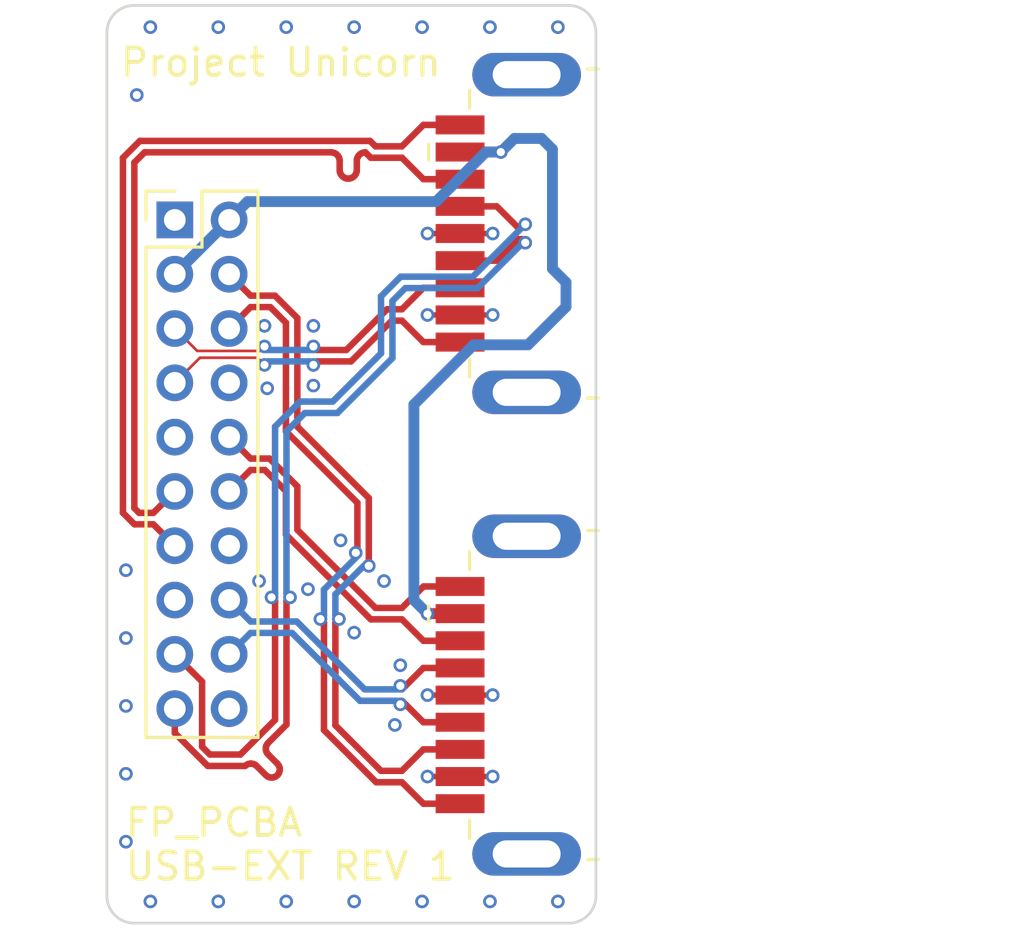
<source format=kicad_pcb>
(kicad_pcb (version 20171130) (host pcbnew "(5.1.5)-3")

  (general
    (thickness 1.6)
    (drawings 23)
    (tracks 291)
    (zones 0)
    (modules 3)
    (nets 15)
  )

  (page A4)
  (layers
    (0 F.Cu signal)
    (1 In1.Cu signal)
    (2 In2.Cu signal hide)
    (31 B.Cu signal)
    (32 B.Adhes user)
    (33 F.Adhes user)
    (34 B.Paste user)
    (35 F.Paste user)
    (36 B.SilkS user)
    (37 F.SilkS user)
    (38 B.Mask user)
    (39 F.Mask user)
    (40 Dwgs.User user)
    (41 Cmts.User user)
    (42 Eco1.User user)
    (43 Eco2.User user)
    (44 Edge.Cuts user)
    (45 Margin user)
    (46 B.CrtYd user)
    (47 F.CrtYd user)
    (48 B.Fab user)
    (49 F.Fab user)
  )

  (setup
    (last_trace_width 0.2)
    (user_trace_width 0.1)
    (user_trace_width 0.2)
    (user_trace_width 0.4)
    (trace_clearance 0.2)
    (zone_clearance 0.3)
    (zone_45_only no)
    (trace_min 0.1)
    (via_size 0.5)
    (via_drill 0.3)
    (via_min_size 0.4)
    (via_min_drill 0.2)
    (user_via 0.4 0.2)
    (user_via 0.5 0.3)
    (uvia_size 0.3)
    (uvia_drill 0.1)
    (uvias_allowed no)
    (uvia_min_size 0.2)
    (uvia_min_drill 0.1)
    (edge_width 0.05)
    (segment_width 0.2)
    (pcb_text_width 0.3)
    (pcb_text_size 1.5 1.5)
    (mod_edge_width 0.12)
    (mod_text_size 1 1)
    (mod_text_width 0.15)
    (pad_size 1.524 1.524)
    (pad_drill 0.762)
    (pad_to_mask_clearance 0.051)
    (solder_mask_min_width 0.25)
    (aux_axis_origin 0 0)
    (visible_elements 7FFFFFFF)
    (pcbplotparams
      (layerselection 0x010fc_ffffffff)
      (usegerberextensions false)
      (usegerberattributes false)
      (usegerberadvancedattributes false)
      (creategerberjobfile false)
      (excludeedgelayer true)
      (linewidth 0.100000)
      (plotframeref false)
      (viasonmask false)
      (mode 1)
      (useauxorigin false)
      (hpglpennumber 1)
      (hpglpenspeed 20)
      (hpglpendiameter 15.000000)
      (psnegative false)
      (psa4output false)
      (plotreference true)
      (plotvalue true)
      (plotinvisibletext false)
      (padsonsilk false)
      (subtractmaskfromsilk false)
      (outputformat 1)
      (mirror false)
      (drillshape 1)
      (scaleselection 1)
      (outputdirectory ""))
  )

  (net 0 "")
  (net 1 /IntA_P2_D+)
  (net 2 /IntA_P1_D+)
  (net 3 /IntA_P2_D-)
  (net 4 /IntA_P1_D-)
  (net 5 GND)
  (net 6 /IntA_P2_SSTX+)
  (net 7 /IntA_P1_SSTX+)
  (net 8 /IntA_P2_SSTX-)
  (net 9 /IntA_P1_SSTX-)
  (net 10 /IntA_P2_SSRX+)
  (net 11 /IntA_P1_SSRX+)
  (net 12 /IntA_P2_SSRX-)
  (net 13 /IntA_P1_SSRX-)
  (net 14 VBUS)

  (net_class Default "This is the default net class."
    (clearance 0.2)
    (trace_width 0.2)
    (via_dia 0.5)
    (via_drill 0.3)
    (uvia_dia 0.3)
    (uvia_drill 0.1)
    (add_net GND)
    (add_net VBUS)
  )

  (net_class Minimal ""
    (clearance 0.1)
    (trace_width 0.1)
    (via_dia 0.4)
    (via_drill 0.2)
    (uvia_dia 0.3)
    (uvia_drill 0.1)
  )

  (net_class diffUSB ""
    (clearance 0.1)
    (trace_width 0.24)
    (via_dia 0.5)
    (via_drill 0.3)
    (uvia_dia 0.3)
    (uvia_drill 0.1)
    (diff_pair_width 0.24)
    (diff_pair_gap 0.18)
    (add_net /IntA_P1_D+)
    (add_net /IntA_P1_D-)
    (add_net /IntA_P1_SSRX+)
    (add_net /IntA_P1_SSRX-)
    (add_net /IntA_P1_SSTX+)
    (add_net /IntA_P1_SSTX-)
    (add_net /IntA_P2_D+)
    (add_net /IntA_P2_D-)
    (add_net /IntA_P2_SSRX+)
    (add_net /IntA_P2_SSRX-)
    (add_net /IntA_P2_SSTX+)
    (add_net /IntA_P2_SSTX-)
  )

  (module local:USB3_A_Plug_AMPHENOL_GSB316441CEU locked (layer F.Cu) (tedit 5F0DA813) (tstamp 5FA367AF)
    (at 183.175 97.6)
    (descr "USB type A Plug, Horizontal, http://katalog.we-online.de/em/datasheet/692112030100.pdf")
    (tags "usb A plug horizontal")
    (path /5F107BCC)
    (attr smd)
    (fp_text reference J3 (at 0 -8) (layer F.SilkS) hide
      (effects (font (size 1 1) (thickness 0.15)))
    )
    (fp_text value USB3_A (at 0 8) (layer F.Fab)
      (effects (font (size 1 1) (thickness 0.15)))
    )
    (fp_line (start 18.98 6.5) (end 3.18 6.5) (layer F.CrtYd) (width 0.05))
    (fp_line (start 3.18 6.5) (end 3.18 7.15) (layer F.CrtYd) (width 0.05))
    (fp_line (start 3.18 7.15) (end -1.83 7.15) (layer F.CrtYd) (width 0.05))
    (fp_line (start -1.83 7.15) (end -1.83 4.85) (layer F.CrtYd) (width 0.05))
    (fp_line (start -1.83 4.85) (end -3.18 4.85) (layer F.CrtYd) (width 0.05))
    (fp_line (start 18.98 -6.5) (end 3.18 -6.5) (layer F.CrtYd) (width 0.05))
    (fp_line (start 18.475 6) (end 18.475 -6) (layer F.Fab) (width 0.1))
    (fp_line (start -2.935 -2.7) (end -2.935 -3.3) (layer F.SilkS) (width 0.12))
    (fp_line (start -1.425 4.61) (end -1.425 5.29) (layer F.SilkS) (width 0.12))
    (fp_line (start 3.315 6.06) (end 2.915 6.06) (layer F.SilkS) (width 0.12))
    (fp_line (start -0.725 -3) (end -0.325 -3.4) (layer F.Fab) (width 0.1))
    (fp_line (start 18.475 6) (end -0.325 6) (layer F.Fab) (width 0.1))
    (fp_line (start 18.98 6.5) (end 18.98 -6.5) (layer F.CrtYd) (width 0.05))
    (fp_text user %R (at 9.075 0 180) (layer F.Fab)
      (effects (font (size 1 1) (thickness 0.15)))
    )
    (fp_line (start 3.325 6) (end 3.325 -6) (layer Dwgs.User) (width 0.1))
    (fp_line (start -0.325 6) (end -0.325 -6) (layer F.Fab) (width 0.1))
    (fp_line (start 18.475 -6) (end -0.325 -6) (layer F.Fab) (width 0.1))
    (fp_line (start -0.725 -3) (end -0.325 -2.6) (layer F.Fab) (width 0.1))
    (fp_text user "PCB Edge" (at 2.675 0 90) (layer Dwgs.User)
      (effects (font (size 0.6 0.6) (thickness 0.09)))
    )
    (fp_line (start 3.315 -6.06) (end 2.915 -6.06) (layer F.SilkS) (width 0.12))
    (fp_line (start -1.425 -4.61) (end -1.425 -5.29) (layer F.SilkS) (width 0.12))
    (fp_line (start 3.18 -6.5) (end 3.18 -7.15) (layer F.CrtYd) (width 0.05))
    (fp_line (start 3.18 -7.15) (end -1.83 -7.15) (layer F.CrtYd) (width 0.05))
    (fp_line (start -1.83 -7.15) (end -1.83 -4.85) (layer F.CrtYd) (width 0.05))
    (fp_line (start -1.83 -4.85) (end -3.18 -4.85) (layer F.CrtYd) (width 0.05))
    (fp_line (start -3.18 -4.85) (end -3.18 4.85) (layer F.CrtYd) (width 0.05))
    (pad "" np_thru_hole circle (at 0.675 -2.25 90) (size 1.1 1.1) (drill 1.1) (layers *.Cu *.Mask))
    (pad "" np_thru_hole circle (at 0.675 2.25 90) (size 1.1 1.1) (drill 1.1) (layers *.Cu *.Mask))
    (pad 9 smd rect (at -1.775 -4) (size 1.8 0.7) (layers F.Cu F.Paste F.Mask)
      (net 6 /IntA_P2_SSTX+))
    (pad 1 smd rect (at -1.775 -3 90) (size 0.7 1.8) (layers F.Cu F.Paste F.Mask)
      (net 14 VBUS))
    (pad 8 smd rect (at -1.775 -2 90) (size 0.7 1.8) (layers F.Cu F.Paste F.Mask)
      (net 8 /IntA_P2_SSTX-))
    (pad 2 smd rect (at -1.775 -1 90) (size 0.7 1.8) (layers F.Cu F.Paste F.Mask)
      (net 3 /IntA_P2_D-))
    (pad 7 smd rect (at -1.775 0 90) (size 0.7 1.8) (layers F.Cu F.Paste F.Mask)
      (net 5 GND))
    (pad 3 smd rect (at -1.775 1 90) (size 0.7 1.8) (layers F.Cu F.Paste F.Mask)
      (net 1 /IntA_P2_D+))
    (pad 6 smd rect (at -1.775 2 90) (size 0.7 1.8) (layers F.Cu F.Paste F.Mask)
      (net 12 /IntA_P2_SSRX-))
    (pad 4 smd rect (at -1.775 3 90) (size 0.7 1.8) (layers F.Cu F.Paste F.Mask)
      (net 5 GND))
    (pad 5 smd rect (at -1.775 4 90) (size 0.7 1.8) (layers F.Cu F.Paste F.Mask)
      (net 10 /IntA_P2_SSRX+))
    (pad 10 thru_hole oval (at 0.675 -5.85 90) (size 1.6 4) (drill oval 1 2.5) (layers *.Cu *.Mask)
      (net 5 GND))
    (pad 10 thru_hole oval (at 0.675 5.85 90) (size 1.6 4) (drill oval 1 2.5) (layers *.Cu *.Mask)
      (net 5 GND))
    (model ${KIPRJMOD}/lib/local.3dshapes/USB3_A_Plug_AMPHENOL_GSB316441CEU.STP
      (offset (xyz 8.699999999999999 0.1 1.4))
      (scale (xyz 1 1 1))
      (rotate (xyz 0 0 90))
    )
  )

  (module local:USB3_A_Plug_AMPHENOL_GSB316441CEU locked (layer F.Cu) (tedit 5F0DA813) (tstamp 5FA369E8)
    (at 183.175 114.6)
    (descr "USB type A Plug, Horizontal, http://katalog.we-online.de/em/datasheet/692112030100.pdf")
    (tags "usb A plug horizontal")
    (path /5F11E82F)
    (attr smd)
    (fp_text reference J2 (at 0 -8) (layer F.SilkS) hide
      (effects (font (size 1 1) (thickness 0.15)))
    )
    (fp_text value USB3_A (at 0 8) (layer F.Fab)
      (effects (font (size 1 1) (thickness 0.15)))
    )
    (fp_line (start 18.98 6.5) (end 3.18 6.5) (layer F.CrtYd) (width 0.05))
    (fp_line (start 3.18 6.5) (end 3.18 7.15) (layer F.CrtYd) (width 0.05))
    (fp_line (start 3.18 7.15) (end -1.83 7.15) (layer F.CrtYd) (width 0.05))
    (fp_line (start -1.83 7.15) (end -1.83 4.85) (layer F.CrtYd) (width 0.05))
    (fp_line (start -1.83 4.85) (end -3.18 4.85) (layer F.CrtYd) (width 0.05))
    (fp_line (start 18.98 -6.5) (end 3.18 -6.5) (layer F.CrtYd) (width 0.05))
    (fp_line (start 18.475 6) (end 18.475 -6) (layer F.Fab) (width 0.1))
    (fp_line (start -2.935 -2.7) (end -2.935 -3.3) (layer F.SilkS) (width 0.12))
    (fp_line (start -1.425 4.61) (end -1.425 5.29) (layer F.SilkS) (width 0.12))
    (fp_line (start 3.315 6.06) (end 2.915 6.06) (layer F.SilkS) (width 0.12))
    (fp_line (start -0.725 -3) (end -0.325 -3.4) (layer F.Fab) (width 0.1))
    (fp_line (start 18.475 6) (end -0.325 6) (layer F.Fab) (width 0.1))
    (fp_line (start 18.98 6.5) (end 18.98 -6.5) (layer F.CrtYd) (width 0.05))
    (fp_text user %R (at 9.075 0 180) (layer F.Fab)
      (effects (font (size 1 1) (thickness 0.15)))
    )
    (fp_line (start 3.325 6) (end 3.325 -6) (layer Dwgs.User) (width 0.1))
    (fp_line (start -0.325 6) (end -0.325 -6) (layer F.Fab) (width 0.1))
    (fp_line (start 18.475 -6) (end -0.325 -6) (layer F.Fab) (width 0.1))
    (fp_line (start -0.725 -3) (end -0.325 -2.6) (layer F.Fab) (width 0.1))
    (fp_text user "PCB Edge" (at 2.675 0 90) (layer Dwgs.User)
      (effects (font (size 0.6 0.6) (thickness 0.09)))
    )
    (fp_line (start 3.315 -6.06) (end 2.915 -6.06) (layer F.SilkS) (width 0.12))
    (fp_line (start -1.425 -4.61) (end -1.425 -5.29) (layer F.SilkS) (width 0.12))
    (fp_line (start 3.18 -6.5) (end 3.18 -7.15) (layer F.CrtYd) (width 0.05))
    (fp_line (start 3.18 -7.15) (end -1.83 -7.15) (layer F.CrtYd) (width 0.05))
    (fp_line (start -1.83 -7.15) (end -1.83 -4.85) (layer F.CrtYd) (width 0.05))
    (fp_line (start -1.83 -4.85) (end -3.18 -4.85) (layer F.CrtYd) (width 0.05))
    (fp_line (start -3.18 -4.85) (end -3.18 4.85) (layer F.CrtYd) (width 0.05))
    (pad "" np_thru_hole circle (at 0.675 -2.25 90) (size 1.1 1.1) (drill 1.1) (layers *.Cu *.Mask))
    (pad "" np_thru_hole circle (at 0.675 2.25 90) (size 1.1 1.1) (drill 1.1) (layers *.Cu *.Mask))
    (pad 9 smd rect (at -1.775 -4) (size 1.8 0.7) (layers F.Cu F.Paste F.Mask)
      (net 9 /IntA_P1_SSTX-))
    (pad 1 smd rect (at -1.775 -3 90) (size 0.7 1.8) (layers F.Cu F.Paste F.Mask)
      (net 14 VBUS))
    (pad 8 smd rect (at -1.775 -2 90) (size 0.7 1.8) (layers F.Cu F.Paste F.Mask)
      (net 7 /IntA_P1_SSTX+))
    (pad 2 smd rect (at -1.775 -1 90) (size 0.7 1.8) (layers F.Cu F.Paste F.Mask)
      (net 4 /IntA_P1_D-))
    (pad 7 smd rect (at -1.775 0 90) (size 0.7 1.8) (layers F.Cu F.Paste F.Mask)
      (net 5 GND))
    (pad 3 smd rect (at -1.775 1 90) (size 0.7 1.8) (layers F.Cu F.Paste F.Mask)
      (net 2 /IntA_P1_D+))
    (pad 6 smd rect (at -1.775 2 90) (size 0.7 1.8) (layers F.Cu F.Paste F.Mask)
      (net 13 /IntA_P1_SSRX-))
    (pad 4 smd rect (at -1.775 3 90) (size 0.7 1.8) (layers F.Cu F.Paste F.Mask)
      (net 5 GND))
    (pad 5 smd rect (at -1.775 4 90) (size 0.7 1.8) (layers F.Cu F.Paste F.Mask)
      (net 11 /IntA_P1_SSRX+))
    (pad 10 thru_hole oval (at 0.675 -5.85 90) (size 1.6 4) (drill oval 1 2.5) (layers *.Cu *.Mask)
      (net 5 GND))
    (pad 10 thru_hole oval (at 0.675 5.85 90) (size 1.6 4) (drill oval 1 2.5) (layers *.Cu *.Mask)
      (net 5 GND))
    (model ${KIPRJMOD}/lib/local.3dshapes/USB3_A_Plug_AMPHENOL_GSB316441CEU.STP
      (offset (xyz 8.699999999999999 0.1 1.4))
      (scale (xyz 1 1 1))
      (rotate (xyz 0 0 90))
    )
  )

  (module Connector_PinHeader_2.00mm:PinHeader_2x10_P2.00mm_Vertical locked (layer F.Cu) (tedit 59FED667) (tstamp 5FA313D6)
    (at 170.899018 97.100018)
    (descr "Through hole straight pin header, 2x10, 2.00mm pitch, double rows")
    (tags "Through hole pin header THT 2x10 2.00mm double row")
    (path /5F174FA3)
    (fp_text reference J1 (at 1 -2.06) (layer F.SilkS) hide
      (effects (font (size 1 1) (thickness 0.15)))
    )
    (fp_text value "2x USB 3.0 Header" (at 1 20.06) (layer F.Fab)
      (effects (font (size 1 1) (thickness 0.15)))
    )
    (fp_text user %R (at 1 9 90) (layer F.Fab)
      (effects (font (size 1 1) (thickness 0.15)))
    )
    (fp_line (start 3.5 -1.5) (end -1.5 -1.5) (layer F.CrtYd) (width 0.05))
    (fp_line (start 3.5 19.5) (end 3.5 -1.5) (layer F.CrtYd) (width 0.05))
    (fp_line (start -1.5 19.5) (end 3.5 19.5) (layer F.CrtYd) (width 0.05))
    (fp_line (start -1.5 -1.5) (end -1.5 19.5) (layer F.CrtYd) (width 0.05))
    (fp_line (start -1.06 -1.06) (end 0 -1.06) (layer F.SilkS) (width 0.12))
    (fp_line (start -1.06 0) (end -1.06 -1.06) (layer F.SilkS) (width 0.12))
    (fp_line (start 1 -1.06) (end 3.06 -1.06) (layer F.SilkS) (width 0.12))
    (fp_line (start 1 1) (end 1 -1.06) (layer F.SilkS) (width 0.12))
    (fp_line (start -1.06 1) (end 1 1) (layer F.SilkS) (width 0.12))
    (fp_line (start 3.06 -1.06) (end 3.06 19.06) (layer F.SilkS) (width 0.12))
    (fp_line (start -1.06 1) (end -1.06 19.06) (layer F.SilkS) (width 0.12))
    (fp_line (start -1.06 19.06) (end 3.06 19.06) (layer F.SilkS) (width 0.12))
    (fp_line (start -1 0) (end 0 -1) (layer F.Fab) (width 0.1))
    (fp_line (start -1 19) (end -1 0) (layer F.Fab) (width 0.1))
    (fp_line (start 3 19) (end -1 19) (layer F.Fab) (width 0.1))
    (fp_line (start 3 -1) (end 3 19) (layer F.Fab) (width 0.1))
    (fp_line (start 0 -1) (end 3 -1) (layer F.Fab) (width 0.1))
    (pad 20 thru_hole oval (at 2 18) (size 1.35 1.35) (drill 0.8) (layers *.Cu *.Mask))
    (pad 19 thru_hole oval (at 0 18) (size 1.35 1.35) (drill 0.8) (layers *.Cu *.Mask)
      (net 1 /IntA_P2_D+))
    (pad 18 thru_hole oval (at 2 16) (size 1.35 1.35) (drill 0.8) (layers *.Cu *.Mask)
      (net 2 /IntA_P1_D+))
    (pad 17 thru_hole oval (at 0 16) (size 1.35 1.35) (drill 0.8) (layers *.Cu *.Mask)
      (net 3 /IntA_P2_D-))
    (pad 16 thru_hole oval (at 2 14) (size 1.35 1.35) (drill 0.8) (layers *.Cu *.Mask)
      (net 4 /IntA_P1_D-))
    (pad 15 thru_hole oval (at 0 14) (size 1.35 1.35) (drill 0.8) (layers *.Cu *.Mask)
      (net 5 GND))
    (pad 14 thru_hole oval (at 2 12) (size 1.35 1.35) (drill 0.8) (layers *.Cu *.Mask)
      (net 5 GND))
    (pad 13 thru_hole oval (at 0 12) (size 1.35 1.35) (drill 0.8) (layers *.Cu *.Mask)
      (net 6 /IntA_P2_SSTX+))
    (pad 12 thru_hole oval (at 2 10) (size 1.35 1.35) (drill 0.8) (layers *.Cu *.Mask)
      (net 7 /IntA_P1_SSTX+))
    (pad 11 thru_hole oval (at 0 10) (size 1.35 1.35) (drill 0.8) (layers *.Cu *.Mask)
      (net 8 /IntA_P2_SSTX-))
    (pad 10 thru_hole oval (at 2 8) (size 1.35 1.35) (drill 0.8) (layers *.Cu *.Mask)
      (net 9 /IntA_P1_SSTX-))
    (pad 9 thru_hole oval (at 0 8) (size 1.35 1.35) (drill 0.8) (layers *.Cu *.Mask)
      (net 5 GND))
    (pad 8 thru_hole oval (at 2 6) (size 1.35 1.35) (drill 0.8) (layers *.Cu *.Mask)
      (net 5 GND))
    (pad 7 thru_hole oval (at 0 6) (size 1.35 1.35) (drill 0.8) (layers *.Cu *.Mask)
      (net 10 /IntA_P2_SSRX+))
    (pad 6 thru_hole oval (at 2 4) (size 1.35 1.35) (drill 0.8) (layers *.Cu *.Mask)
      (net 11 /IntA_P1_SSRX+))
    (pad 5 thru_hole oval (at 0 4) (size 1.35 1.35) (drill 0.8) (layers *.Cu *.Mask)
      (net 12 /IntA_P2_SSRX-))
    (pad 4 thru_hole oval (at 2 2) (size 1.35 1.35) (drill 0.8) (layers *.Cu *.Mask)
      (net 13 /IntA_P1_SSRX-))
    (pad 3 thru_hole oval (at 0 2) (size 1.35 1.35) (drill 0.8) (layers *.Cu *.Mask)
      (net 14 VBUS))
    (pad 2 thru_hole oval (at 2 0) (size 1.35 1.35) (drill 0.8) (layers *.Cu *.Mask)
      (net 14 VBUS))
    (pad 1 thru_hole rect (at 0 0) (size 1.35 1.35) (drill 0.8) (layers *.Cu *.Mask))
  )

  (gr_text "Project Unicorn" (at 174.8 91.3) (layer F.SilkS)
    (effects (font (size 1 1) (thickness 0.15)))
  )
  (gr_text "FP_PCBA\nUSB-EXT REV 1" (at 169 120.1) (layer F.SilkS)
    (effects (font (size 1 1) (thickness 0.15)) (justify left))
  )
  (gr_line (start 184.849992 91.75) (end 182.850007 91.75) (layer Dwgs.User) (width 0.1))
  (gr_circle (center 172.899018 97.100018) (end 173.026018 97.100018) (layer Dwgs.User) (width 0.1))
  (gr_circle (center 183.85 108.75) (end 184.849992 108.75) (layer Dwgs.User) (width 0.1))
  (gr_line (start 182.850007 108.6) (end 182.850007 108.900001) (layer Dwgs.User) (width 0.1))
  (gr_line (start 184.849992 108.75) (end 182.850007 108.75) (layer Dwgs.User) (width 0.1))
  (gr_circle (center 183.85 91.75) (end 184.849992 91.75) (layer Dwgs.User) (width 0.1))
  (gr_line (start 185.4 89.2) (end 169.4 89.2) (layer Edge.Cuts) (width 0.1))
  (gr_line (start 169.4 123) (end 185.4 123) (layer Edge.Cuts) (width 0.1))
  (gr_line (start 173.026018 97.227018) (end 173.026018 96.973018) (layer Dwgs.User) (width 0.1))
  (gr_line (start 173.026018 96.973018) (end 172.772018 96.973018) (layer Dwgs.User) (width 0.1))
  (gr_arc (start 169.4 122.000001) (end 168.400001 122) (angle -90) (layer Edge.Cuts) (width 0.1))
  (gr_arc (start 185.4 90.2) (end 186.4 90.2) (angle -90) (layer Edge.Cuts) (width 0.1))
  (gr_line (start 184.849992 108.900001) (end 184.849992 108.6) (layer Dwgs.User) (width 0.1))
  (gr_line (start 184.849992 91.900001) (end 184.849992 91.6) (layer Dwgs.User) (width 0.1))
  (gr_line (start 182.850007 91.6) (end 182.850007 91.900001) (layer Dwgs.User) (width 0.1))
  (gr_line (start 172.772018 97.227018) (end 173.026018 97.227018) (layer Dwgs.User) (width 0.1))
  (gr_line (start 168.400001 90.200001) (end 168.400001 122) (layer Edge.Cuts) (width 0.1))
  (gr_line (start 186.4 122) (end 186.4 90.2) (layer Edge.Cuts) (width 0.1))
  (gr_line (start 172.772018 96.973018) (end 172.772018 97.227018) (layer Dwgs.User) (width 0.1))
  (gr_arc (start 185.4 122) (end 185.4 123) (angle -90) (layer Edge.Cuts) (width 0.1))
  (gr_arc (start 169.4 90.2) (end 169.4 89.2) (angle -90) (layer Edge.Cuts) (width 0.1))

  (segment (start 183.67 97.81) (end 183.8 97.94) (width 0.24) (layer F.Cu) (net 1))
  (via (at 183.8 97.94) (size 0.5) (drill 0.3) (layers F.Cu B.Cu) (net 1))
  (segment (start 181.4 98.6) (end 182.750001 98.6) (width 0.24) (layer F.Cu) (net 1))
  (segment (start 182.750001 98.6) (end 183.540001 97.81) (width 0.24) (layer F.Cu) (net 1))
  (segment (start 183.540001 97.81) (end 183.67 97.81) (width 0.24) (layer F.Cu) (net 1))
  (segment (start 183.71397 97.94) (end 183.8 97.94) (width 0.24) (layer B.Cu) (net 1))
  (segment (start 175.686986 104.21) (end 176.886986 104.21) (width 0.24) (layer B.Cu) (net 1))
  (segment (start 179.386986 99.61) (end 182.04397 99.61) (width 0.24) (layer B.Cu) (net 1))
  (segment (start 178.91 100.086986) (end 179.386986 99.61) (width 0.24) (layer B.Cu) (net 1))
  (segment (start 176.886986 104.21) (end 178.91 102.186986) (width 0.24) (layer B.Cu) (net 1))
  (segment (start 175.01 104.886986) (end 175.686986 104.21) (width 0.24) (layer B.Cu) (net 1))
  (segment (start 178.91 102.186986) (end 178.91 100.086986) (width 0.24) (layer B.Cu) (net 1))
  (segment (start 182.04397 99.61) (end 183.71397 97.94) (width 0.24) (layer B.Cu) (net 1))
  (segment (start 170.899018 115.996004) (end 172.113014 117.21) (width 0.24) (layer F.Cu) (net 1))
  (segment (start 170.899018 115.100018) (end 170.899018 115.996004) (width 0.24) (layer F.Cu) (net 1))
  (segment (start 174.335514 116.361471) (end 174.441579 116.255407) (width 0.24) (layer F.Cu) (net 1))
  (segment (start 174.293628 116.413992) (end 174.335514 116.361471) (width 0.24) (layer F.Cu) (net 1))
  (segment (start 173.858727 117.168114) (end 173.91125 117.21) (width 0.24) (layer F.Cu) (net 1))
  (segment (start 174.429771 117.635959) (end 174.496949 117.635959) (width 0.24) (layer F.Cu) (net 1))
  (segment (start 174.562444 117.621011) (end 174.62297 117.591863) (width 0.24) (layer F.Cu) (net 1))
  (segment (start 174.496949 117.635959) (end 174.562444 117.621011) (width 0.24) (layer F.Cu) (net 1))
  (segment (start 174.746524 117.436929) (end 174.761473 117.371435) (width 0.24) (layer F.Cu) (net 1))
  (segment (start 173.539508 117.168114) (end 173.600034 117.138967) (width 0.24) (layer F.Cu) (net 1))
  (segment (start 174.717377 117.497455) (end 174.746524 117.436929) (width 0.24) (layer F.Cu) (net 1))
  (segment (start 174.364276 117.621011) (end 174.429771 117.635959) (width 0.24) (layer F.Cu) (net 1))
  (segment (start 174.761473 117.304256) (end 174.746524 117.238762) (width 0.24) (layer F.Cu) (net 1))
  (segment (start 173.798201 117.138967) (end 173.858727 117.168114) (width 0.24) (layer F.Cu) (net 1))
  (segment (start 174.251228 117.549978) (end 174.30375 117.591863) (width 0.24) (layer F.Cu) (net 1))
  (segment (start 173.732707 117.124018) (end 173.798201 117.138967) (width 0.24) (layer F.Cu) (net 1))
  (segment (start 174.62297 117.591863) (end 174.675492 117.549978) (width 0.24) (layer F.Cu) (net 1))
  (segment (start 174.675492 117.549978) (end 174.717377 117.497455) (width 0.24) (layer F.Cu) (net 1))
  (segment (start 172.113014 117.21) (end 173.486986 117.21) (width 0.24) (layer F.Cu) (net 1))
  (segment (start 174.335513 116.785734) (end 174.293628 116.733212) (width 0.24) (layer F.Cu) (net 1))
  (segment (start 174.717377 117.178236) (end 174.675492 117.125713) (width 0.24) (layer F.Cu) (net 1))
  (segment (start 173.600034 117.138967) (end 173.665528 117.124018) (width 0.24) (layer F.Cu) (net 1))
  (segment (start 173.665528 117.124018) (end 173.732707 117.124018) (width 0.24) (layer F.Cu) (net 1))
  (segment (start 174.761473 117.371435) (end 174.761473 117.304256) (width 0.24) (layer F.Cu) (net 1))
  (segment (start 174.746524 117.238762) (end 174.717377 117.178236) (width 0.24) (layer F.Cu) (net 1))
  (segment (start 174.675492 117.125713) (end 174.335513 116.785734) (width 0.24) (layer F.Cu) (net 1))
  (segment (start 174.293628 116.733212) (end 174.26448 116.672686) (width 0.24) (layer F.Cu) (net 1))
  (segment (start 174.26448 116.672686) (end 174.249532 116.607191) (width 0.24) (layer F.Cu) (net 1))
  (segment (start 174.26448 116.474518) (end 174.293628 116.413992) (width 0.24) (layer F.Cu) (net 1))
  (segment (start 174.249532 116.607191) (end 174.249532 116.540013) (width 0.24) (layer F.Cu) (net 1))
  (segment (start 174.249532 116.540013) (end 174.26448 116.474518) (width 0.24) (layer F.Cu) (net 1))
  (segment (start 173.486986 117.21) (end 173.539508 117.168114) (width 0.24) (layer F.Cu) (net 1))
  (segment (start 174.30375 117.591863) (end 174.364276 117.621011) (width 0.24) (layer F.Cu) (net 1))
  (segment (start 173.91125 117.21) (end 174.251228 117.549978) (width 0.24) (layer F.Cu) (net 1))
  (segment (start 174.441579 116.255407) (end 175.01 115.686986) (width 0.24) (layer F.Cu) (net 1))
  (segment (start 175.01 110.87) (end 175.01 104.886986) (width 0.24) (layer B.Cu) (net 1))
  (segment (start 175.14 111) (end 175.01 110.87) (width 0.24) (layer B.Cu) (net 1))
  (segment (start 175.01 115.686986) (end 175.01 111.13) (width 0.24) (layer F.Cu) (net 1))
  (segment (start 175.01 111.13) (end 175.14 111) (width 0.24) (layer F.Cu) (net 1))
  (via (at 175.14 111) (size 0.5) (drill 0.3) (layers F.Cu B.Cu) (net 1))
  (segment (start 172.899018 113.100018) (end 173.689018 112.310018) (width 0.24) (layer B.Cu) (net 2))
  (segment (start 175.213032 112.310018) (end 177.713014 114.81) (width 0.24) (layer B.Cu) (net 2))
  (segment (start 180.049999 115.6) (end 179.259999 114.81) (width 0.24) (layer F.Cu) (net 2))
  (segment (start 173.689018 112.310018) (end 175.213032 112.310018) (width 0.24) (layer B.Cu) (net 2))
  (segment (start 181.4 115.6) (end 180.049999 115.6) (width 0.24) (layer F.Cu) (net 2))
  (segment (start 177.713014 114.81) (end 179.07 114.81) (width 0.24) (layer B.Cu) (net 2))
  (segment (start 179.07 114.81) (end 179.2 114.94) (width 0.24) (layer B.Cu) (net 2))
  (via (at 179.2 114.94) (size 0.5) (drill 0.3) (layers F.Cu B.Cu) (net 2))
  (segment (start 181.4 96.6) (end 182.750001 96.6) (width 0.24) (layer F.Cu) (net 3))
  (segment (start 183.67 97.39) (end 183.8 97.26) (width 0.24) (layer F.Cu) (net 3))
  (segment (start 182.750001 96.6) (end 183.540001 97.39) (width 0.24) (layer F.Cu) (net 3))
  (segment (start 183.540001 97.39) (end 183.67 97.39) (width 0.24) (layer F.Cu) (net 3))
  (via (at 183.8 97.26) (size 0.5) (drill 0.3) (layers F.Cu B.Cu) (net 3))
  (segment (start 171.904017 114.105017) (end 171.574017 113.775017) (width 0.24) (layer F.Cu) (net 3))
  (segment (start 171.574017 113.775017) (end 170.899018 113.100018) (width 0.24) (layer F.Cu) (net 3))
  (segment (start 171.904017 116.504017) (end 171.904017 114.105017) (width 0.24) (layer F.Cu) (net 3))
  (segment (start 172.19 116.79) (end 171.904017 116.504017) (width 0.24) (layer F.Cu) (net 3))
  (segment (start 179.213014 99.19) (end 181.87 99.19) (width 0.24) (layer B.Cu) (net 3))
  (segment (start 176.713014 103.79) (end 178.49 102.013014) (width 0.24) (layer B.Cu) (net 3))
  (segment (start 175.513014 103.79) (end 176.713014 103.79) (width 0.24) (layer B.Cu) (net 3))
  (segment (start 178.49 99.913014) (end 179.213014 99.19) (width 0.24) (layer B.Cu) (net 3))
  (segment (start 181.87 99.19) (end 183.8 97.26) (width 0.24) (layer B.Cu) (net 3))
  (segment (start 178.49 102.013014) (end 178.49 99.913014) (width 0.24) (layer B.Cu) (net 3))
  (segment (start 174.59 104.713014) (end 175.513014 103.79) (width 0.24) (layer B.Cu) (net 3))
  (segment (start 173.313014 116.79) (end 172.19 116.79) (width 0.24) (layer F.Cu) (net 3))
  (segment (start 174.59 115.513014) (end 173.313014 116.79) (width 0.24) (layer F.Cu) (net 3))
  (segment (start 174.46 111) (end 174.59 111.13) (width 0.24) (layer F.Cu) (net 3))
  (segment (start 174.59 111.13) (end 174.59 115.513014) (width 0.24) (layer F.Cu) (net 3))
  (segment (start 174.46 111) (end 174.59 110.87) (width 0.24) (layer B.Cu) (net 3))
  (segment (start 174.59 110.87) (end 174.59 104.713014) (width 0.24) (layer B.Cu) (net 3))
  (via (at 174.46 111) (size 0.5) (drill 0.3) (layers F.Cu B.Cu) (net 3))
  (segment (start 173.689018 111.890018) (end 175.387004 111.890018) (width 0.24) (layer B.Cu) (net 4))
  (segment (start 172.899018 111.100018) (end 173.689018 111.890018) (width 0.24) (layer B.Cu) (net 4))
  (segment (start 175.387004 111.890018) (end 177.886986 114.39) (width 0.24) (layer B.Cu) (net 4))
  (segment (start 180.049999 113.6) (end 179.259999 114.39) (width 0.24) (layer F.Cu) (net 4))
  (segment (start 181.4 113.6) (end 180.049999 113.6) (width 0.24) (layer F.Cu) (net 4))
  (segment (start 177.886986 114.39) (end 179.07 114.39) (width 0.24) (layer B.Cu) (net 4))
  (segment (start 179.07 114.39) (end 179.2 114.26) (width 0.24) (layer B.Cu) (net 4))
  (via (at 179.2 114.26) (size 0.5) (drill 0.3) (layers F.Cu B.Cu) (net 4))
  (via (at 185 122.2) (size 0.5) (drill 0.3) (layers F.Cu B.Cu) (net 5))
  (via (at 182.5 122.2) (size 0.5) (drill 0.3) (layers F.Cu B.Cu) (net 5))
  (via (at 180 122.2) (size 0.5) (drill 0.3) (layers F.Cu B.Cu) (net 5))
  (via (at 177.5 122.2) (size 0.5) (drill 0.3) (layers F.Cu B.Cu) (net 5))
  (via (at 175 122.2) (size 0.5) (drill 0.3) (layers F.Cu B.Cu) (net 5))
  (via (at 172.5 122.2) (size 0.5) (drill 0.3) (layers F.Cu B.Cu) (net 5))
  (via (at 170 122.2) (size 0.5) (drill 0.3) (layers F.Cu B.Cu) (net 5))
  (via (at 170 90) (size 0.5) (drill 0.3) (layers F.Cu B.Cu) (net 5))
  (via (at 172.5 90) (size 0.5) (drill 0.3) (layers F.Cu B.Cu) (net 5))
  (via (at 175 90) (size 0.5) (drill 0.3) (layers F.Cu B.Cu) (net 5))
  (via (at 177.5 90) (size 0.5) (drill 0.3) (layers F.Cu B.Cu) (net 5))
  (via (at 180 90) (size 0.5) (drill 0.3) (layers F.Cu B.Cu) (net 5))
  (via (at 182.5 90) (size 0.5) (drill 0.3) (layers F.Cu B.Cu) (net 5))
  (via (at 185 90) (size 0.5) (drill 0.3) (layers F.Cu B.Cu) (net 5))
  (via (at 169.5 92.5) (size 0.5) (drill 0.3) (layers F.Cu B.Cu) (net 5))
  (via (at 169.1 110) (size 0.5) (drill 0.3) (layers F.Cu B.Cu) (net 5))
  (via (at 169.1 112.5) (size 0.5) (drill 0.3) (layers F.Cu B.Cu) (net 5))
  (via (at 169.1 115) (size 0.5) (drill 0.3) (layers F.Cu B.Cu) (net 5))
  (via (at 169.1 117.5) (size 0.5) (drill 0.3) (layers F.Cu B.Cu) (net 5))
  (via (at 169.1 120) (size 0.5) (drill 0.3) (layers F.Cu B.Cu) (net 5))
  (via (at 176 103.2) (size 0.5) (drill 0.3) (layers F.Cu B.Cu) (net 5))
  (via (at 176 101) (size 0.5) (drill 0.3) (layers F.Cu B.Cu) (net 5))
  (via (at 182.6 100.6) (size 0.5) (drill 0.3) (layers F.Cu B.Cu) (net 5))
  (segment (start 181.4 100.6) (end 182.6 100.6) (width 0.2) (layer F.Cu) (net 5))
  (via (at 180.2 100.6) (size 0.5) (drill 0.3) (layers F.Cu B.Cu) (net 5))
  (segment (start 181.4 100.6) (end 180.2 100.6) (width 0.2) (layer F.Cu) (net 5))
  (via (at 182.6 97.6) (size 0.5) (drill 0.3) (layers F.Cu B.Cu) (net 5))
  (segment (start 181.4 97.6) (end 182.6 97.6) (width 0.2) (layer F.Cu) (net 5))
  (via (at 180.2 97.6) (size 0.5) (drill 0.3) (layers F.Cu B.Cu) (net 5))
  (segment (start 181.4 97.6) (end 180.2 97.6) (width 0.2) (layer F.Cu) (net 5))
  (via (at 182.6 114.6) (size 0.5) (drill 0.3) (layers F.Cu B.Cu) (net 5))
  (segment (start 181.4 114.6) (end 182.6 114.6) (width 0.2) (layer F.Cu) (net 5))
  (via (at 180.2 114.6) (size 0.5) (drill 0.3) (layers F.Cu B.Cu) (net 5))
  (segment (start 181.4 114.6) (end 180.2 114.6) (width 0.2) (layer F.Cu) (net 5))
  (via (at 182.6 117.6) (size 0.5) (drill 0.3) (layers F.Cu B.Cu) (net 5))
  (segment (start 181.4 117.6) (end 182.6 117.6) (width 0.2) (layer F.Cu) (net 5))
  (via (at 180.2 117.6) (size 0.5) (drill 0.3) (layers F.Cu B.Cu) (net 5))
  (segment (start 181.4 117.6) (end 180.2 117.6) (width 0.2) (layer F.Cu) (net 5))
  (via (at 179 115.7) (size 0.5) (drill 0.3) (layers F.Cu B.Cu) (net 5))
  (via (at 179.2 113.5) (size 0.5) (drill 0.3) (layers F.Cu B.Cu) (net 5))
  (via (at 177 108.9) (size 0.5) (drill 0.3) (layers F.Cu B.Cu) (net 5))
  (via (at 178.6 110.4) (size 0.5) (drill 0.3) (layers F.Cu B.Cu) (net 5))
  (via (at 177.5 112.3) (size 0.5) (drill 0.3) (layers F.Cu B.Cu) (net 5) (tstamp 5FA37D7C))
  (via (at 175.8 110.7) (size 0.5) (drill 0.3) (layers F.Cu B.Cu) (net 5) (tstamp 5FA37D7E))
  (via (at 174 110.4) (size 0.5) (drill 0.3) (layers F.Cu B.Cu) (net 5) (tstamp 5FA37D80))
  (via (at 174.3 103.3) (size 0.5) (drill 0.3) (layers F.Cu B.Cu) (net 5) (tstamp 5FA37E33))
  (via (at 174.2 101) (size 0.5) (drill 0.3) (layers F.Cu B.Cu) (net 5) (tstamp 5FA37E36))
  (segment (start 170.899018 109.100018) (end 170.109018 108.310018) (width 0.24) (layer F.Cu) (net 6))
  (segment (start 168.99 94.813014) (end 169.613014 94.19) (width 0.24) (layer F.Cu) (net 6))
  (segment (start 170.109018 108.310018) (end 169.413032 108.310018) (width 0.24) (layer F.Cu) (net 6))
  (segment (start 169.413032 108.310018) (end 168.99 107.886986) (width 0.24) (layer F.Cu) (net 6))
  (segment (start 168.99 107.886986) (end 168.99 94.813014) (width 0.24) (layer F.Cu) (net 6))
  (segment (start 169.613014 94.19) (end 178.086986 94.19) (width 0.24) (layer F.Cu) (net 6))
  (segment (start 181.4 93.6) (end 180.049999 93.6) (width 0.24) (layer F.Cu) (net 6))
  (segment (start 180.049999 93.6) (end 179.259999 94.39) (width 0.24) (layer F.Cu) (net 6))
  (segment (start 179.259999 94.39) (end 178.286986 94.39) (width 0.24) (layer F.Cu) (net 6))
  (segment (start 178.286986 94.39) (end 178.086986 94.19) (width 0.24) (layer F.Cu) (net 6))
  (segment (start 180.049999 112.6) (end 179.259999 111.81) (width 0.24) (layer F.Cu) (net 7))
  (segment (start 179.259999 111.81) (end 178.113014 111.81) (width 0.24) (layer F.Cu) (net 7))
  (segment (start 181.4 112.6) (end 180.049999 112.6) (width 0.24) (layer F.Cu) (net 7))
  (segment (start 178.113014 111.81) (end 174.99 108.686986) (width 0.24) (layer F.Cu) (net 7))
  (segment (start 174.99 108.686986) (end 174.99 107.086986) (width 0.24) (layer F.Cu) (net 7))
  (segment (start 174.99 107.086986) (end 174.213032 106.310018) (width 0.24) (layer F.Cu) (net 7))
  (segment (start 173.689018 106.310018) (end 172.899018 107.100018) (width 0.24) (layer F.Cu) (net 7))
  (segment (start 174.213032 106.310018) (end 173.689018 106.310018) (width 0.24) (layer F.Cu) (net 7))
  (segment (start 169.41 94.986986) (end 169.41 107.713014) (width 0.24) (layer F.Cu) (net 8))
  (segment (start 176.723108 94.617898) (end 176.653014 94.61) (width 0.24) (layer F.Cu) (net 8))
  (segment (start 176.89929 94.728601) (end 176.849413 94.678724) (width 0.24) (layer F.Cu) (net 8))
  (segment (start 176.960116 94.854906) (end 176.936819 94.788327) (width 0.24) (layer F.Cu) (net 8))
  (segment (start 176.968014 94.925) (end 176.960116 94.854906) (width 0.24) (layer F.Cu) (net 8))
  (segment (start 176.968014 95.263358) (end 176.968014 94.925) (width 0.24) (layer F.Cu) (net 8))
  (segment (start 176.999208 95.400032) (end 176.975911 95.333453) (width 0.24) (layer F.Cu) (net 8))
  (segment (start 177.036737 95.459758) (end 176.999208 95.400032) (width 0.24) (layer F.Cu) (net 8))
  (segment (start 177.605911 94.854906) (end 177.598014 94.925) (width 0.24) (layer F.Cu) (net 8))
  (segment (start 177.598014 95.263358) (end 177.590116 95.333453) (width 0.24) (layer F.Cu) (net 8))
  (segment (start 177.716614 94.678724) (end 177.666737 94.728601) (width 0.24) (layer F.Cu) (net 8))
  (segment (start 170.109018 107.890018) (end 170.899018 107.100018) (width 0.24) (layer F.Cu) (net 8))
  (segment (start 177.77634 94.641195) (end 177.716614 94.678724) (width 0.24) (layer F.Cu) (net 8))
  (segment (start 177.666737 94.728601) (end 177.629208 94.788327) (width 0.24) (layer F.Cu) (net 8))
  (segment (start 177.842919 94.617898) (end 177.77634 94.641195) (width 0.24) (layer F.Cu) (net 8))
  (segment (start 179.259999 94.81) (end 178.113014 94.81) (width 0.24) (layer F.Cu) (net 8))
  (segment (start 169.587004 107.890018) (end 170.109018 107.890018) (width 0.24) (layer F.Cu) (net 8))
  (segment (start 177.353108 95.570461) (end 177.283014 95.578358) (width 0.24) (layer F.Cu) (net 8))
  (segment (start 177.629208 94.788327) (end 177.605911 94.854906) (width 0.24) (layer F.Cu) (net 8))
  (segment (start 176.789687 94.641195) (end 176.723108 94.617898) (width 0.24) (layer F.Cu) (net 8))
  (segment (start 181.4 95.6) (end 180.049999 95.6) (width 0.24) (layer F.Cu) (net 8))
  (segment (start 178.113014 94.81) (end 177.913014 94.61) (width 0.24) (layer F.Cu) (net 8))
  (segment (start 177.598014 94.925) (end 177.598014 95.263358) (width 0.24) (layer F.Cu) (net 8))
  (segment (start 169.786986 94.61) (end 169.41 94.986986) (width 0.24) (layer F.Cu) (net 8))
  (segment (start 180.049999 95.6) (end 179.259999 94.81) (width 0.24) (layer F.Cu) (net 8))
  (segment (start 177.913014 94.61) (end 177.842919 94.617898) (width 0.24) (layer F.Cu) (net 8))
  (segment (start 176.849413 94.678724) (end 176.789687 94.641195) (width 0.24) (layer F.Cu) (net 8))
  (segment (start 176.975911 95.333453) (end 176.968014 95.263358) (width 0.24) (layer F.Cu) (net 8))
  (segment (start 177.52929 95.459758) (end 177.479413 95.509635) (width 0.24) (layer F.Cu) (net 8))
  (segment (start 176.936819 94.788327) (end 176.89929 94.728601) (width 0.24) (layer F.Cu) (net 8))
  (segment (start 177.590116 95.333453) (end 177.566819 95.400032) (width 0.24) (layer F.Cu) (net 8))
  (segment (start 177.566819 95.400032) (end 177.52929 95.459758) (width 0.24) (layer F.Cu) (net 8))
  (segment (start 177.283014 95.578358) (end 177.212919 95.570461) (width 0.24) (layer F.Cu) (net 8))
  (segment (start 177.479413 95.509635) (end 177.419687 95.547164) (width 0.24) (layer F.Cu) (net 8))
  (segment (start 169.41 107.713014) (end 169.587004 107.890018) (width 0.24) (layer F.Cu) (net 8))
  (segment (start 177.419687 95.547164) (end 177.353108 95.570461) (width 0.24) (layer F.Cu) (net 8))
  (segment (start 177.212919 95.570461) (end 177.14634 95.547164) (width 0.24) (layer F.Cu) (net 8))
  (segment (start 177.14634 95.547164) (end 177.086614 95.509635) (width 0.24) (layer F.Cu) (net 8))
  (segment (start 176.653014 94.61) (end 169.786986 94.61) (width 0.24) (layer F.Cu) (net 8))
  (segment (start 177.086614 95.509635) (end 177.036737 95.459758) (width 0.24) (layer F.Cu) (net 8))
  (segment (start 179.259999 111.39) (end 178.286986 111.39) (width 0.24) (layer F.Cu) (net 9))
  (segment (start 181.4 110.6) (end 180.049999 110.6) (width 0.24) (layer F.Cu) (net 9))
  (segment (start 180.049999 110.6) (end 179.259999 111.39) (width 0.24) (layer F.Cu) (net 9))
  (segment (start 178.286986 111.39) (end 175.41 108.513014) (width 0.24) (layer F.Cu) (net 9))
  (segment (start 175.41 108.513014) (end 175.41 106.913014) (width 0.24) (layer F.Cu) (net 9))
  (segment (start 173.689018 105.890018) (end 172.899018 105.100018) (width 0.24) (layer F.Cu) (net 9))
  (segment (start 175.41 106.913014) (end 174.387004 105.890018) (width 0.24) (layer F.Cu) (net 9))
  (segment (start 174.387004 105.890018) (end 173.689018 105.890018) (width 0.24) (layer F.Cu) (net 9))
  (via (at 176 102.44) (size 0.5) (drill 0.3) (layers F.Cu B.Cu) (net 10))
  (segment (start 181.4 101.6) (end 180.049999 101.6) (width 0.24) (layer F.Cu) (net 10))
  (segment (start 180.049999 101.6) (end 179.259999 100.81) (width 0.24) (layer F.Cu) (net 10))
  (segment (start 178.886986 100.81) (end 177.386986 102.31) (width 0.24) (layer F.Cu) (net 10))
  (segment (start 179.259999 100.81) (end 178.886986 100.81) (width 0.24) (layer F.Cu) (net 10))
  (segment (start 177.386986 102.31) (end 176.13 102.31) (width 0.24) (layer F.Cu) (net 10))
  (segment (start 176.13 102.31) (end 176 102.44) (width 0.24) (layer F.Cu) (net 10))
  (via (at 174.2 102.44) (size 0.5) (drill 0.3) (layers F.Cu B.Cu) (net 10))
  (segment (start 175.87 102.31) (end 174.33 102.31) (width 0.24) (layer B.Cu) (net 10))
  (segment (start 176 102.44) (end 175.87 102.31) (width 0.24) (layer B.Cu) (net 10))
  (segment (start 174.33 102.31) (end 174.2 102.44) (width 0.24) (layer B.Cu) (net 10))
  (segment (start 171.574017 102.425019) (end 170.899018 103.100018) (width 0.1) (layer F.Cu) (net 10))
  (segment (start 171.824019 102.175017) (end 171.574017 102.425019) (width 0.1) (layer F.Cu) (net 10))
  (segment (start 174.2 102.44) (end 173.935017 102.175017) (width 0.1) (layer F.Cu) (net 10))
  (segment (start 173.935017 102.175017) (end 171.824019 102.175017) (width 0.1) (layer F.Cu) (net 10))
  (segment (start 181.4 118.6) (end 180.049999 118.6) (width 0.24) (layer F.Cu) (net 11))
  (segment (start 180.049999 118.6) (end 179.259999 117.81) (width 0.24) (layer F.Cu) (net 11))
  (segment (start 179.259999 117.81) (end 178.313014 117.81) (width 0.24) (layer F.Cu) (net 11))
  (segment (start 178.313014 117.81) (end 176.39 115.886986) (width 0.24) (layer F.Cu) (net 11))
  (segment (start 177.620417 107.517403) (end 174.99 104.886986) (width 0.24) (layer F.Cu) (net 11))
  (segment (start 174.99 104.886986) (end 174.99 100.886986) (width 0.24) (layer F.Cu) (net 11))
  (segment (start 174.99 100.886986) (end 174.413032 100.310018) (width 0.24) (layer F.Cu) (net 11))
  (segment (start 174.413032 100.310018) (end 173.689018 100.310018) (width 0.24) (layer F.Cu) (net 11))
  (segment (start 173.689018 100.310018) (end 172.899018 101.100018) (width 0.24) (layer F.Cu) (net 11))
  (segment (start 177.559583 109.543432) (end 177.559583 109.359583) (width 0.24) (layer B.Cu) (net 11))
  (segment (start 177.620417 109.298749) (end 177.620417 107.517403) (width 0.24) (layer F.Cu) (net 11))
  (segment (start 176.39 110.713015) (end 177.559583 109.543432) (width 0.24) (layer B.Cu) (net 11))
  (segment (start 177.559583 109.359583) (end 177.620417 109.298749) (width 0.24) (layer F.Cu) (net 11))
  (via (at 177.559583 109.359583) (size 0.5) (drill 0.3) (layers F.Cu B.Cu) (net 11))
  (segment (start 176.39 111.67) (end 176.39 110.713015) (width 0.24) (layer B.Cu) (net 11))
  (segment (start 176.39 111.93) (end 176.26 111.8) (width 0.24) (layer F.Cu) (net 11))
  (segment (start 176.26 111.8) (end 176.39 111.67) (width 0.24) (layer B.Cu) (net 11))
  (via (at 176.26 111.8) (size 0.5) (drill 0.3) (layers F.Cu B.Cu) (net 11))
  (segment (start 176.39 115.886986) (end 176.39 111.93) (width 0.24) (layer F.Cu) (net 11))
  (segment (start 176.13 101.89) (end 176 101.76) (width 0.24) (layer F.Cu) (net 12))
  (segment (start 177.213014 101.89) (end 176.13 101.89) (width 0.24) (layer F.Cu) (net 12))
  (via (at 176 101.76) (size 0.5) (drill 0.3) (layers F.Cu B.Cu) (net 12))
  (segment (start 181.4 99.6) (end 180.049999 99.6) (width 0.24) (layer F.Cu) (net 12))
  (segment (start 179.259999 100.39) (end 178.713014 100.39) (width 0.24) (layer F.Cu) (net 12))
  (segment (start 178.713014 100.39) (end 177.213014 101.89) (width 0.24) (layer F.Cu) (net 12))
  (segment (start 180.049999 99.6) (end 179.259999 100.39) (width 0.24) (layer F.Cu) (net 12))
  (segment (start 174.33 101.89) (end 174.2 101.76) (width 0.24) (layer B.Cu) (net 12))
  (segment (start 175.87 101.89) (end 174.33 101.89) (width 0.24) (layer B.Cu) (net 12))
  (segment (start 176 101.76) (end 175.87 101.89) (width 0.24) (layer B.Cu) (net 12))
  (via (at 174.2 101.76) (size 0.5) (drill 0.3) (layers F.Cu B.Cu) (net 12))
  (segment (start 174.034981 101.925019) (end 174.2 101.76) (width 0.1) (layer F.Cu) (net 12))
  (segment (start 170.899018 101.100018) (end 171.724019 101.925019) (width 0.1) (layer F.Cu) (net 12))
  (segment (start 171.724019 101.925019) (end 174.034981 101.925019) (width 0.1) (layer F.Cu) (net 12))
  (segment (start 180.049999 116.6) (end 179.259999 117.39) (width 0.24) (layer F.Cu) (net 13))
  (segment (start 181.4 116.6) (end 180.049999 116.6) (width 0.24) (layer F.Cu) (net 13))
  (segment (start 179.259999 117.39) (end 178.486986 117.39) (width 0.24) (layer F.Cu) (net 13))
  (segment (start 178.486986 117.39) (end 176.81 115.713014) (width 0.24) (layer F.Cu) (net 13))
  (segment (start 178.040417 107.343431) (end 175.41 104.713014) (width 0.24) (layer F.Cu) (net 13))
  (segment (start 175.41 104.713014) (end 175.41 100.713014) (width 0.24) (layer F.Cu) (net 13))
  (segment (start 173.689018 99.890018) (end 172.899018 99.100018) (width 0.24) (layer F.Cu) (net 13))
  (segment (start 175.41 100.713014) (end 174.587004 99.890018) (width 0.24) (layer F.Cu) (net 13))
  (segment (start 174.587004 99.890018) (end 173.689018 99.890018) (width 0.24) (layer F.Cu) (net 13))
  (segment (start 178.040417 109.840417) (end 178.040417 107.343431) (width 0.24) (layer F.Cu) (net 13))
  (segment (start 176.81 110.886985) (end 177.856568 109.840417) (width 0.24) (layer B.Cu) (net 13))
  (segment (start 177.856568 109.840417) (end 178.040417 109.840417) (width 0.24) (layer B.Cu) (net 13))
  (via (at 178.040417 109.840417) (size 0.5) (drill 0.3) (layers F.Cu B.Cu) (net 13))
  (segment (start 176.81 111.67) (end 176.81 110.886985) (width 0.24) (layer B.Cu) (net 13))
  (segment (start 176.94 111.8) (end 176.81 111.67) (width 0.24) (layer B.Cu) (net 13))
  (segment (start 176.81 111.93) (end 176.94 111.8) (width 0.24) (layer F.Cu) (net 13))
  (via (at 176.94 111.8) (size 0.5) (drill 0.3) (layers F.Cu B.Cu) (net 13))
  (segment (start 176.81 115.713014) (end 176.81 111.93) (width 0.24) (layer F.Cu) (net 13))
  (via (at 182.9 94.6) (size 0.5) (drill 0.3) (layers F.Cu B.Cu) (net 14))
  (segment (start 181.4 94.6) (end 182.9 94.6) (width 0.4) (layer F.Cu) (net 14))
  (segment (start 170.899018 99.100018) (end 172.899018 97.100018) (width 0.4) (layer B.Cu) (net 14))
  (segment (start 182.9 94.6) (end 183.4 94.1) (width 0.4) (layer B.Cu) (net 14))
  (segment (start 183.4 94.1) (end 184.4 94.1) (width 0.4) (layer B.Cu) (net 14))
  (segment (start 184.800001 94.500001) (end 184.800001 98.900001) (width 0.4) (layer B.Cu) (net 14))
  (segment (start 184.4 94.1) (end 184.800001 94.500001) (width 0.4) (layer B.Cu) (net 14))
  (segment (start 184.800001 98.900001) (end 185.3 99.4) (width 0.4) (layer B.Cu) (net 14))
  (segment (start 185.3 99.4) (end 185.3 100.3) (width 0.4) (layer B.Cu) (net 14))
  (segment (start 185.3 100.3) (end 183.9 101.7) (width 0.4) (layer B.Cu) (net 14))
  (segment (start 183.9 101.7) (end 181.9 101.7) (width 0.4) (layer B.Cu) (net 14))
  (segment (start 181.9 101.7) (end 179.7 103.9) (width 0.4) (layer B.Cu) (net 14))
  (via (at 180.2 111.6) (size 0.5) (drill 0.3) (layers F.Cu B.Cu) (net 14))
  (segment (start 179.7 103.9) (end 179.7 111.1) (width 0.4) (layer B.Cu) (net 14))
  (segment (start 179.7 111.1) (end 180.2 111.6) (width 0.4) (layer B.Cu) (net 14))
  (segment (start 180.2 111.6) (end 181.4 111.6) (width 0.4) (layer F.Cu) (net 14))
  (segment (start 180.521428 96.425019) (end 173.574017 96.425019) (width 0.4) (layer B.Cu) (net 14))
  (segment (start 173.574017 96.425019) (end 172.899018 97.100018) (width 0.4) (layer B.Cu) (net 14))
  (segment (start 182.9 94.6) (end 182.346447 94.6) (width 0.4) (layer B.Cu) (net 14))
  (segment (start 182.346447 94.6) (end 180.521428 96.425019) (width 0.4) (layer B.Cu) (net 14))

  (zone (net 5) (net_name GND) (layer In1.Cu) (tstamp 0) (hatch edge 0.508)
    (connect_pads yes (clearance 0.3))
    (min_thickness 0.3)
    (fill yes (arc_segments 32) (thermal_gap 0.508) (thermal_bridge_width 0.508))
    (polygon
      (pts
        (xy 187 123) (xy 168 123) (xy 168 89) (xy 187 89)
      )
    )
    (filled_polygon
      (pts
        (xy 185.496652 89.711875) (xy 185.589623 89.739944) (xy 185.675369 89.785536) (xy 185.750628 89.846916) (xy 185.81253 89.921742)
        (xy 185.858722 90.007172) (xy 185.887438 90.09994) (xy 185.900001 90.219464) (xy 185.9 121.975543) (xy 185.888125 122.096651)
        (xy 185.860056 122.189622) (xy 185.814463 122.275369) (xy 185.753084 122.350627) (xy 185.678257 122.41253) (xy 185.592828 122.458722)
        (xy 185.500059 122.487438) (xy 185.380546 122.5) (xy 169.424456 122.5) (xy 169.303348 122.488125) (xy 169.210376 122.460055)
        (xy 169.124635 122.414466) (xy 169.049371 122.353082) (xy 168.98747 122.278256) (xy 168.94128 122.192831) (xy 168.912563 122.100058)
        (xy 168.900001 121.980546) (xy 168.900001 116.751509) (xy 182.85 116.751509) (xy 182.85 116.948491) (xy 182.888429 117.141689)
        (xy 182.963811 117.323678) (xy 183.073249 117.487463) (xy 183.212537 117.626751) (xy 183.376322 117.736189) (xy 183.558311 117.811571)
        (xy 183.751509 117.85) (xy 183.948491 117.85) (xy 184.141689 117.811571) (xy 184.323678 117.736189) (xy 184.487463 117.626751)
        (xy 184.626751 117.487463) (xy 184.736189 117.323678) (xy 184.811571 117.141689) (xy 184.85 116.948491) (xy 184.85 116.751509)
        (xy 184.811571 116.558311) (xy 184.736189 116.376322) (xy 184.626751 116.212537) (xy 184.487463 116.073249) (xy 184.323678 115.963811)
        (xy 184.141689 115.888429) (xy 183.948491 115.85) (xy 183.751509 115.85) (xy 183.558311 115.888429) (xy 183.376322 115.963811)
        (xy 183.212537 116.073249) (xy 183.073249 116.212537) (xy 182.963811 116.376322) (xy 182.888429 116.558311) (xy 182.85 116.751509)
        (xy 168.900001 116.751509) (xy 168.900001 112.989215) (xy 169.774018 112.989215) (xy 169.774018 113.210821) (xy 169.817251 113.428168)
        (xy 169.902056 113.632905) (xy 170.025174 113.817163) (xy 170.181873 113.973862) (xy 170.366131 114.09698) (xy 170.373465 114.100018)
        (xy 170.366131 114.103056) (xy 170.181873 114.226174) (xy 170.025174 114.382873) (xy 169.902056 114.567131) (xy 169.817251 114.771868)
        (xy 169.774018 114.989215) (xy 169.774018 115.210821) (xy 169.817251 115.428168) (xy 169.902056 115.632905) (xy 170.025174 115.817163)
        (xy 170.181873 115.973862) (xy 170.366131 116.09698) (xy 170.570868 116.181785) (xy 170.788215 116.225018) (xy 171.009821 116.225018)
        (xy 171.227168 116.181785) (xy 171.431905 116.09698) (xy 171.616163 115.973862) (xy 171.772862 115.817163) (xy 171.89598 115.632905)
        (xy 171.899018 115.625571) (xy 171.902056 115.632905) (xy 172.025174 115.817163) (xy 172.181873 115.973862) (xy 172.366131 116.09698)
        (xy 172.570868 116.181785) (xy 172.788215 116.225018) (xy 173.009821 116.225018) (xy 173.227168 116.181785) (xy 173.431905 116.09698)
        (xy 173.616163 115.973862) (xy 173.772862 115.817163) (xy 173.89598 115.632905) (xy 173.980785 115.428168) (xy 174.024018 115.210821)
        (xy 174.024018 114.989215) (xy 173.980785 114.771868) (xy 173.89598 114.567131) (xy 173.772862 114.382873) (xy 173.616163 114.226174)
        (xy 173.563606 114.191056) (xy 178.5 114.191056) (xy 178.5 114.328944) (xy 178.526901 114.464182) (xy 178.579668 114.591574)
        (xy 178.585298 114.6) (xy 178.579668 114.608426) (xy 178.526901 114.735818) (xy 178.5 114.871056) (xy 178.5 115.008944)
        (xy 178.526901 115.144182) (xy 178.579668 115.271574) (xy 178.656274 115.386224) (xy 178.753776 115.483726) (xy 178.868426 115.560332)
        (xy 178.995818 115.613099) (xy 179.131056 115.64) (xy 179.268944 115.64) (xy 179.404182 115.613099) (xy 179.531574 115.560332)
        (xy 179.646224 115.483726) (xy 179.743726 115.386224) (xy 179.820332 115.271574) (xy 179.873099 115.144182) (xy 179.9 115.008944)
        (xy 179.9 114.871056) (xy 179.873099 114.735818) (xy 179.820332 114.608426) (xy 179.814702 114.6) (xy 179.820332 114.591574)
        (xy 179.873099 114.464182) (xy 179.9 114.328944) (xy 179.9 114.191056) (xy 179.873099 114.055818) (xy 179.820332 113.928426)
        (xy 179.743726 113.813776) (xy 179.646224 113.716274) (xy 179.531574 113.639668) (xy 179.404182 113.586901) (xy 179.268944 113.56)
        (xy 179.131056 113.56) (xy 178.995818 113.586901) (xy 178.868426 113.639668) (xy 178.753776 113.716274) (xy 178.656274 113.813776)
        (xy 178.579668 113.928426) (xy 178.526901 114.055818) (xy 178.5 114.191056) (xy 173.563606 114.191056) (xy 173.431905 114.103056)
        (xy 173.424571 114.100018) (xy 173.431905 114.09698) (xy 173.616163 113.973862) (xy 173.772862 113.817163) (xy 173.89598 113.632905)
        (xy 173.980785 113.428168) (xy 174.024018 113.210821) (xy 174.024018 112.989215) (xy 173.980785 112.771868) (xy 173.89598 112.567131)
        (xy 173.772862 112.382873) (xy 173.616163 112.226174) (xy 173.431905 112.103056) (xy 173.424571 112.100018) (xy 173.431905 112.09698)
        (xy 173.616163 111.973862) (xy 173.772862 111.817163) (xy 173.89598 111.632905) (xy 173.956602 111.486552) (xy 174.013776 111.543726)
        (xy 174.128426 111.620332) (xy 174.255818 111.673099) (xy 174.391056 111.7) (xy 174.528944 111.7) (xy 174.664182 111.673099)
        (xy 174.791574 111.620332) (xy 174.8 111.614702) (xy 174.808426 111.620332) (xy 174.935818 111.673099) (xy 175.071056 111.7)
        (xy 175.208944 111.7) (xy 175.344182 111.673099) (xy 175.471574 111.620332) (xy 175.586224 111.543726) (xy 175.624214 111.505736)
        (xy 175.586901 111.595818) (xy 175.56 111.731056) (xy 175.56 111.868944) (xy 175.586901 112.004182) (xy 175.639668 112.131574)
        (xy 175.716274 112.246224) (xy 175.813776 112.343726) (xy 175.928426 112.420332) (xy 176.055818 112.473099) (xy 176.191056 112.5)
        (xy 176.328944 112.5) (xy 176.464182 112.473099) (xy 176.591574 112.420332) (xy 176.6 112.414702) (xy 176.608426 112.420332)
        (xy 176.735818 112.473099) (xy 176.871056 112.5) (xy 177.008944 112.5) (xy 177.144182 112.473099) (xy 177.271574 112.420332)
        (xy 177.386224 112.343726) (xy 177.483726 112.246224) (xy 177.560332 112.131574) (xy 177.613099 112.004182) (xy 177.64 111.868944)
        (xy 177.64 111.731056) (xy 177.613099 111.595818) (xy 177.586274 111.531056) (xy 179.5 111.531056) (xy 179.5 111.668944)
        (xy 179.526901 111.804182) (xy 179.579668 111.931574) (xy 179.656274 112.046224) (xy 179.753776 112.143726) (xy 179.868426 112.220332)
        (xy 179.995818 112.273099) (xy 180.131056 112.3) (xy 180.268944 112.3) (xy 180.404182 112.273099) (xy 180.456305 112.251509)
        (xy 182.85 112.251509) (xy 182.85 112.448491) (xy 182.888429 112.641689) (xy 182.963811 112.823678) (xy 183.073249 112.987463)
        (xy 183.212537 113.126751) (xy 183.376322 113.236189) (xy 183.558311 113.311571) (xy 183.751509 113.35) (xy 183.948491 113.35)
        (xy 184.141689 113.311571) (xy 184.323678 113.236189) (xy 184.487463 113.126751) (xy 184.626751 112.987463) (xy 184.736189 112.823678)
        (xy 184.811571 112.641689) (xy 184.85 112.448491) (xy 184.85 112.251509) (xy 184.811571 112.058311) (xy 184.736189 111.876322)
        (xy 184.626751 111.712537) (xy 184.487463 111.573249) (xy 184.323678 111.463811) (xy 184.141689 111.388429) (xy 183.948491 111.35)
        (xy 183.751509 111.35) (xy 183.558311 111.388429) (xy 183.376322 111.463811) (xy 183.212537 111.573249) (xy 183.073249 111.712537)
        (xy 182.963811 111.876322) (xy 182.888429 112.058311) (xy 182.85 112.251509) (xy 180.456305 112.251509) (xy 180.531574 112.220332)
        (xy 180.646224 112.143726) (xy 180.743726 112.046224) (xy 180.820332 111.931574) (xy 180.873099 111.804182) (xy 180.9 111.668944)
        (xy 180.9 111.531056) (xy 180.873099 111.395818) (xy 180.820332 111.268426) (xy 180.743726 111.153776) (xy 180.646224 111.056274)
        (xy 180.531574 110.979668) (xy 180.404182 110.926901) (xy 180.268944 110.9) (xy 180.131056 110.9) (xy 179.995818 110.926901)
        (xy 179.868426 110.979668) (xy 179.753776 111.056274) (xy 179.656274 111.153776) (xy 179.579668 111.268426) (xy 179.526901 111.395818)
        (xy 179.5 111.531056) (xy 177.586274 111.531056) (xy 177.560332 111.468426) (xy 177.483726 111.353776) (xy 177.386224 111.256274)
        (xy 177.271574 111.179668) (xy 177.144182 111.126901) (xy 177.008944 111.1) (xy 176.871056 111.1) (xy 176.735818 111.126901)
        (xy 176.608426 111.179668) (xy 176.6 111.185298) (xy 176.591574 111.179668) (xy 176.464182 111.126901) (xy 176.328944 111.1)
        (xy 176.191056 111.1) (xy 176.055818 111.126901) (xy 175.928426 111.179668) (xy 175.813776 111.256274) (xy 175.775786 111.294264)
        (xy 175.813099 111.204182) (xy 175.84 111.068944) (xy 175.84 110.931056) (xy 175.813099 110.795818) (xy 175.760332 110.668426)
        (xy 175.683726 110.553776) (xy 175.586224 110.456274) (xy 175.471574 110.379668) (xy 175.344182 110.326901) (xy 175.208944 110.3)
        (xy 175.071056 110.3) (xy 174.935818 110.326901) (xy 174.808426 110.379668) (xy 174.8 110.385298) (xy 174.791574 110.379668)
        (xy 174.664182 110.326901) (xy 174.528944 110.3) (xy 174.391056 110.3) (xy 174.255818 110.326901) (xy 174.128426 110.379668)
        (xy 174.013776 110.456274) (xy 173.916274 110.553776) (xy 173.900331 110.577636) (xy 173.89598 110.567131) (xy 173.772862 110.382873)
        (xy 173.616163 110.226174) (xy 173.431905 110.103056) (xy 173.227168 110.018251) (xy 173.009821 109.975018) (xy 172.788215 109.975018)
        (xy 172.570868 110.018251) (xy 172.366131 110.103056) (xy 172.181873 110.226174) (xy 172.025174 110.382873) (xy 171.902056 110.567131)
        (xy 171.817251 110.771868) (xy 171.774018 110.989215) (xy 171.774018 111.210821) (xy 171.817251 111.428168) (xy 171.902056 111.632905)
        (xy 172.025174 111.817163) (xy 172.181873 111.973862) (xy 172.366131 112.09698) (xy 172.373465 112.100018) (xy 172.366131 112.103056)
        (xy 172.181873 112.226174) (xy 172.025174 112.382873) (xy 171.902056 112.567131) (xy 171.899018 112.574465) (xy 171.89598 112.567131)
        (xy 171.772862 112.382873) (xy 171.616163 112.226174) (xy 171.431905 112.103056) (xy 171.227168 112.018251) (xy 171.009821 111.975018)
        (xy 170.788215 111.975018) (xy 170.570868 112.018251) (xy 170.366131 112.103056) (xy 170.181873 112.226174) (xy 170.025174 112.382873)
        (xy 169.902056 112.567131) (xy 169.817251 112.771868) (xy 169.774018 112.989215) (xy 168.900001 112.989215) (xy 168.900001 106.989215)
        (xy 169.774018 106.989215) (xy 169.774018 107.210821) (xy 169.817251 107.428168) (xy 169.902056 107.632905) (xy 170.025174 107.817163)
        (xy 170.181873 107.973862) (xy 170.366131 108.09698) (xy 170.373465 108.100018) (xy 170.366131 108.103056) (xy 170.181873 108.226174)
        (xy 170.025174 108.382873) (xy 169.902056 108.567131) (xy 169.817251 108.771868) (xy 169.774018 108.989215) (xy 169.774018 109.210821)
        (xy 169.817251 109.428168) (xy 169.902056 109.632905) (xy 170.025174 109.817163) (xy 170.181873 109.973862) (xy 170.366131 110.09698)
        (xy 170.570868 110.181785) (xy 170.788215 110.225018) (xy 171.009821 110.225018) (xy 171.227168 110.181785) (xy 171.431905 110.09698)
        (xy 171.616163 109.973862) (xy 171.772862 109.817163) (xy 171.89598 109.632905) (xy 171.980785 109.428168) (xy 172.008141 109.290639)
        (xy 176.859583 109.290639) (xy 176.859583 109.428527) (xy 176.886484 109.563765) (xy 176.939251 109.691157) (xy 177.015857 109.805807)
        (xy 177.113359 109.903309) (xy 177.228009 109.979915) (xy 177.355401 110.032682) (xy 177.365341 110.034659) (xy 177.367318 110.044599)
        (xy 177.420085 110.171991) (xy 177.496691 110.286641) (xy 177.594193 110.384143) (xy 177.708843 110.460749) (xy 177.836235 110.513516)
        (xy 177.971473 110.540417) (xy 178.109361 110.540417) (xy 178.244599 110.513516) (xy 178.371991 110.460749) (xy 178.486641 110.384143)
        (xy 178.584143 110.286641) (xy 178.660749 110.171991) (xy 178.713516 110.044599) (xy 178.740417 109.909361) (xy 178.740417 109.771473)
        (xy 178.713516 109.636235) (xy 178.660749 109.508843) (xy 178.584143 109.394193) (xy 178.486641 109.296691) (xy 178.371991 109.220085)
        (xy 178.244599 109.167318) (xy 178.234659 109.165341) (xy 178.232682 109.155401) (xy 178.179915 109.028009) (xy 178.103309 108.913359)
        (xy 178.005807 108.815857) (xy 177.891157 108.739251) (xy 177.763765 108.686484) (xy 177.628527 108.659583) (xy 177.490639 108.659583)
        (xy 177.355401 108.686484) (xy 177.228009 108.739251) (xy 177.113359 108.815857) (xy 177.015857 108.913359) (xy 176.939251 109.028009)
        (xy 176.886484 109.155401) (xy 176.859583 109.290639) (xy 172.008141 109.290639) (xy 172.024018 109.210821) (xy 172.024018 108.989215)
        (xy 171.980785 108.771868) (xy 171.89598 108.567131) (xy 171.772862 108.382873) (xy 171.616163 108.226174) (xy 171.431905 108.103056)
        (xy 171.424571 108.100018) (xy 171.431905 108.09698) (xy 171.616163 107.973862) (xy 171.772862 107.817163) (xy 171.89598 107.632905)
        (xy 171.899018 107.625571) (xy 171.902056 107.632905) (xy 172.025174 107.817163) (xy 172.181873 107.973862) (xy 172.366131 108.09698)
        (xy 172.570868 108.181785) (xy 172.788215 108.225018) (xy 173.009821 108.225018) (xy 173.227168 108.181785) (xy 173.431905 108.09698)
        (xy 173.616163 107.973862) (xy 173.772862 107.817163) (xy 173.89598 107.632905) (xy 173.980785 107.428168) (xy 174.024018 107.210821)
        (xy 174.024018 106.989215) (xy 173.980785 106.771868) (xy 173.89598 106.567131) (xy 173.772862 106.382873) (xy 173.616163 106.226174)
        (xy 173.431905 106.103056) (xy 173.424571 106.100018) (xy 173.431905 106.09698) (xy 173.616163 105.973862) (xy 173.772862 105.817163)
        (xy 173.89598 105.632905) (xy 173.980785 105.428168) (xy 174.024018 105.210821) (xy 174.024018 104.989215) (xy 173.980785 104.771868)
        (xy 173.89598 104.567131) (xy 173.772862 104.382873) (xy 173.616163 104.226174) (xy 173.431905 104.103056) (xy 173.227168 104.018251)
        (xy 173.009821 103.975018) (xy 172.788215 103.975018) (xy 172.570868 104.018251) (xy 172.366131 104.103056) (xy 172.181873 104.226174)
        (xy 172.025174 104.382873) (xy 171.902056 104.567131) (xy 171.817251 104.771868) (xy 171.774018 104.989215) (xy 171.774018 105.210821)
        (xy 171.817251 105.428168) (xy 171.902056 105.632905) (xy 172.025174 105.817163) (xy 172.181873 105.973862) (xy 172.366131 106.09698)
        (xy 172.373465 106.100018) (xy 172.366131 106.103056) (xy 172.181873 106.226174) (xy 172.025174 106.382873) (xy 171.902056 106.567131)
        (xy 171.899018 106.574465) (xy 171.89598 106.567131) (xy 171.772862 106.382873) (xy 171.616163 106.226174) (xy 171.431905 106.103056)
        (xy 171.227168 106.018251) (xy 171.009821 105.975018) (xy 170.788215 105.975018) (xy 170.570868 106.018251) (xy 170.366131 106.103056)
        (xy 170.181873 106.226174) (xy 170.025174 106.382873) (xy 169.902056 106.567131) (xy 169.817251 106.771868) (xy 169.774018 106.989215)
        (xy 168.900001 106.989215) (xy 168.900001 96.425018) (xy 169.771841 96.425018) (xy 169.771841 97.775018) (xy 169.780529 97.863233)
        (xy 169.806261 97.948059) (xy 169.848047 98.026234) (xy 169.904281 98.094755) (xy 169.972802 98.150989) (xy 170.050977 98.192775)
        (xy 170.135803 98.218507) (xy 170.185955 98.223446) (xy 170.181873 98.226174) (xy 170.025174 98.382873) (xy 169.902056 98.567131)
        (xy 169.817251 98.771868) (xy 169.774018 98.989215) (xy 169.774018 99.210821) (xy 169.817251 99.428168) (xy 169.902056 99.632905)
        (xy 170.025174 99.817163) (xy 170.181873 99.973862) (xy 170.366131 100.09698) (xy 170.373465 100.100018) (xy 170.366131 100.103056)
        (xy 170.181873 100.226174) (xy 170.025174 100.382873) (xy 169.902056 100.567131) (xy 169.817251 100.771868) (xy 169.774018 100.989215)
        (xy 169.774018 101.210821) (xy 169.817251 101.428168) (xy 169.902056 101.632905) (xy 170.025174 101.817163) (xy 170.181873 101.973862)
        (xy 170.366131 102.09698) (xy 170.373465 102.100018) (xy 170.366131 102.103056) (xy 170.181873 102.226174) (xy 170.025174 102.382873)
        (xy 169.902056 102.567131) (xy 169.817251 102.771868) (xy 169.774018 102.989215) (xy 169.774018 103.210821) (xy 169.817251 103.428168)
        (xy 169.902056 103.632905) (xy 170.025174 103.817163) (xy 170.181873 103.973862) (xy 170.366131 104.09698) (xy 170.570868 104.181785)
        (xy 170.788215 104.225018) (xy 171.009821 104.225018) (xy 171.227168 104.181785) (xy 171.431905 104.09698) (xy 171.616163 103.973862)
        (xy 171.772862 103.817163) (xy 171.89598 103.632905) (xy 171.980785 103.428168) (xy 172.024018 103.210821) (xy 172.024018 102.989215)
        (xy 171.980785 102.771868) (xy 171.89598 102.567131) (xy 171.772862 102.382873) (xy 171.616163 102.226174) (xy 171.431905 102.103056)
        (xy 171.424571 102.100018) (xy 171.431905 102.09698) (xy 171.616163 101.973862) (xy 171.772862 101.817163) (xy 171.89598 101.632905)
        (xy 171.899018 101.625571) (xy 171.902056 101.632905) (xy 172.025174 101.817163) (xy 172.181873 101.973862) (xy 172.366131 102.09698)
        (xy 172.570868 102.181785) (xy 172.788215 102.225018) (xy 173.009821 102.225018) (xy 173.227168 102.181785) (xy 173.431905 102.09698)
        (xy 173.549391 102.018478) (xy 173.579668 102.091574) (xy 173.585298 102.1) (xy 173.579668 102.108426) (xy 173.526901 102.235818)
        (xy 173.5 102.371056) (xy 173.5 102.508944) (xy 173.526901 102.644182) (xy 173.579668 102.771574) (xy 173.656274 102.886224)
        (xy 173.753776 102.983726) (xy 173.868426 103.060332) (xy 173.995818 103.113099) (xy 174.131056 103.14) (xy 174.268944 103.14)
        (xy 174.404182 103.113099) (xy 174.531574 103.060332) (xy 174.646224 102.983726) (xy 174.743726 102.886224) (xy 174.820332 102.771574)
        (xy 174.873099 102.644182) (xy 174.9 102.508944) (xy 174.9 102.371056) (xy 174.873099 102.235818) (xy 174.820332 102.108426)
        (xy 174.814702 102.1) (xy 174.820332 102.091574) (xy 174.873099 101.964182) (xy 174.9 101.828944) (xy 174.9 101.691056)
        (xy 175.3 101.691056) (xy 175.3 101.828944) (xy 175.326901 101.964182) (xy 175.379668 102.091574) (xy 175.385298 102.1)
        (xy 175.379668 102.108426) (xy 175.326901 102.235818) (xy 175.3 102.371056) (xy 175.3 102.508944) (xy 175.326901 102.644182)
        (xy 175.379668 102.771574) (xy 175.456274 102.886224) (xy 175.553776 102.983726) (xy 175.668426 103.060332) (xy 175.795818 103.113099)
        (xy 175.931056 103.14) (xy 176.068944 103.14) (xy 176.204182 103.113099) (xy 176.331574 103.060332) (xy 176.446224 102.983726)
        (xy 176.543726 102.886224) (xy 176.620332 102.771574) (xy 176.673099 102.644182) (xy 176.7 102.508944) (xy 176.7 102.371056)
        (xy 176.673099 102.235818) (xy 176.620332 102.108426) (xy 176.614702 102.1) (xy 176.620332 102.091574) (xy 176.673099 101.964182)
        (xy 176.7 101.828944) (xy 176.7 101.691056) (xy 176.673099 101.555818) (xy 176.620332 101.428426) (xy 176.543726 101.313776)
        (xy 176.446224 101.216274) (xy 176.331574 101.139668) (xy 176.204182 101.086901) (xy 176.068944 101.06) (xy 175.931056 101.06)
        (xy 175.795818 101.086901) (xy 175.668426 101.139668) (xy 175.553776 101.216274) (xy 175.456274 101.313776) (xy 175.379668 101.428426)
        (xy 175.326901 101.555818) (xy 175.3 101.691056) (xy 174.9 101.691056) (xy 174.873099 101.555818) (xy 174.820332 101.428426)
        (xy 174.743726 101.313776) (xy 174.646224 101.216274) (xy 174.531574 101.139668) (xy 174.404182 101.086901) (xy 174.268944 101.06)
        (xy 174.131056 101.06) (xy 174.024018 101.081292) (xy 174.024018 100.989215) (xy 173.980785 100.771868) (xy 173.89598 100.567131)
        (xy 173.772862 100.382873) (xy 173.616163 100.226174) (xy 173.431905 100.103056) (xy 173.424571 100.100018) (xy 173.431905 100.09698)
        (xy 173.616163 99.973862) (xy 173.772862 99.817163) (xy 173.81673 99.751509) (xy 182.85 99.751509) (xy 182.85 99.948491)
        (xy 182.888429 100.141689) (xy 182.963811 100.323678) (xy 183.073249 100.487463) (xy 183.212537 100.626751) (xy 183.376322 100.736189)
        (xy 183.558311 100.811571) (xy 183.751509 100.85) (xy 183.948491 100.85) (xy 184.141689 100.811571) (xy 184.323678 100.736189)
        (xy 184.487463 100.626751) (xy 184.626751 100.487463) (xy 184.736189 100.323678) (xy 184.811571 100.141689) (xy 184.85 99.948491)
        (xy 184.85 99.751509) (xy 184.811571 99.558311) (xy 184.736189 99.376322) (xy 184.626751 99.212537) (xy 184.487463 99.073249)
        (xy 184.323678 98.963811) (xy 184.141689 98.888429) (xy 183.948491 98.85) (xy 183.751509 98.85) (xy 183.558311 98.888429)
        (xy 183.376322 98.963811) (xy 183.212537 99.073249) (xy 183.073249 99.212537) (xy 182.963811 99.376322) (xy 182.888429 99.558311)
        (xy 182.85 99.751509) (xy 173.81673 99.751509) (xy 173.89598 99.632905) (xy 173.980785 99.428168) (xy 174.024018 99.210821)
        (xy 174.024018 98.989215) (xy 173.980785 98.771868) (xy 173.89598 98.567131) (xy 173.772862 98.382873) (xy 173.616163 98.226174)
        (xy 173.431905 98.103056) (xy 173.424571 98.100018) (xy 173.431905 98.09698) (xy 173.616163 97.973862) (xy 173.772862 97.817163)
        (xy 173.89598 97.632905) (xy 173.980785 97.428168) (xy 174.024018 97.210821) (xy 174.024018 97.191056) (xy 183.1 97.191056)
        (xy 183.1 97.328944) (xy 183.126901 97.464182) (xy 183.179668 97.591574) (xy 183.185298 97.6) (xy 183.179668 97.608426)
        (xy 183.126901 97.735818) (xy 183.1 97.871056) (xy 183.1 98.008944) (xy 183.126901 98.144182) (xy 183.179668 98.271574)
        (xy 183.256274 98.386224) (xy 183.353776 98.483726) (xy 183.468426 98.560332) (xy 183.595818 98.613099) (xy 183.731056 98.64)
        (xy 183.868944 98.64) (xy 184.004182 98.613099) (xy 184.131574 98.560332) (xy 184.246224 98.483726) (xy 184.343726 98.386224)
        (xy 184.420332 98.271574) (xy 184.473099 98.144182) (xy 184.5 98.008944) (xy 184.5 97.871056) (xy 184.473099 97.735818)
        (xy 184.420332 97.608426) (xy 184.414702 97.6) (xy 184.420332 97.591574) (xy 184.473099 97.464182) (xy 184.5 97.328944)
        (xy 184.5 97.191056) (xy 184.473099 97.055818) (xy 184.420332 96.928426) (xy 184.343726 96.813776) (xy 184.246224 96.716274)
        (xy 184.131574 96.639668) (xy 184.004182 96.586901) (xy 183.868944 96.56) (xy 183.731056 96.56) (xy 183.595818 96.586901)
        (xy 183.468426 96.639668) (xy 183.353776 96.716274) (xy 183.256274 96.813776) (xy 183.179668 96.928426) (xy 183.126901 97.055818)
        (xy 183.1 97.191056) (xy 174.024018 97.191056) (xy 174.024018 96.989215) (xy 173.980785 96.771868) (xy 173.89598 96.567131)
        (xy 173.772862 96.382873) (xy 173.616163 96.226174) (xy 173.431905 96.103056) (xy 173.227168 96.018251) (xy 173.009821 95.975018)
        (xy 172.788215 95.975018) (xy 172.570868 96.018251) (xy 172.366131 96.103056) (xy 172.181873 96.226174) (xy 172.025174 96.382873)
        (xy 172.022446 96.386955) (xy 172.017507 96.336803) (xy 171.991775 96.251977) (xy 171.949989 96.173802) (xy 171.893755 96.105281)
        (xy 171.825234 96.049047) (xy 171.747059 96.007261) (xy 171.662233 95.981529) (xy 171.574018 95.972841) (xy 170.224018 95.972841)
        (xy 170.135803 95.981529) (xy 170.050977 96.007261) (xy 169.972802 96.049047) (xy 169.904281 96.105281) (xy 169.848047 96.173802)
        (xy 169.806261 96.251977) (xy 169.780529 96.336803) (xy 169.771841 96.425018) (xy 168.900001 96.425018) (xy 168.900001 94.531056)
        (xy 182.2 94.531056) (xy 182.2 94.668944) (xy 182.226901 94.804182) (xy 182.279668 94.931574) (xy 182.356274 95.046224)
        (xy 182.453776 95.143726) (xy 182.568426 95.220332) (xy 182.695818 95.273099) (xy 182.831056 95.3) (xy 182.85 95.3)
        (xy 182.85 95.448491) (xy 182.888429 95.641689) (xy 182.963811 95.823678) (xy 183.073249 95.987463) (xy 183.212537 96.126751)
        (xy 183.376322 96.236189) (xy 183.558311 96.311571) (xy 183.751509 96.35) (xy 183.948491 96.35) (xy 184.141689 96.311571)
        (xy 184.323678 96.236189) (xy 184.487463 96.126751) (xy 184.626751 95.987463) (xy 184.736189 95.823678) (xy 184.811571 95.641689)
        (xy 184.85 95.448491) (xy 184.85 95.251509) (xy 184.811571 95.058311) (xy 184.736189 94.876322) (xy 184.626751 94.712537)
        (xy 184.487463 94.573249) (xy 184.323678 94.463811) (xy 184.141689 94.388429) (xy 183.948491 94.35) (xy 183.751509 94.35)
        (xy 183.569146 94.386274) (xy 183.520332 94.268426) (xy 183.443726 94.153776) (xy 183.346224 94.056274) (xy 183.231574 93.979668)
        (xy 183.104182 93.926901) (xy 182.968944 93.9) (xy 182.831056 93.9) (xy 182.695818 93.926901) (xy 182.568426 93.979668)
        (xy 182.453776 94.056274) (xy 182.356274 94.153776) (xy 182.279668 94.268426) (xy 182.226901 94.395818) (xy 182.2 94.531056)
        (xy 168.900001 94.531056) (xy 168.900001 90.224448) (xy 168.911875 90.103348) (xy 168.939944 90.010377) (xy 168.985536 89.924631)
        (xy 169.046916 89.849372) (xy 169.121742 89.78747) (xy 169.207172 89.741278) (xy 169.29994 89.712562) (xy 169.419454 89.7)
        (xy 185.375542 89.7)
      )
    )
  )
  (zone (net 5) (net_name GND) (layer In2.Cu) (tstamp 5FA371CC) (hatch edge 0.508)
    (connect_pads yes (clearance 0.3))
    (min_thickness 0.3)
    (fill yes (arc_segments 32) (thermal_gap 0.508) (thermal_bridge_width 0.508))
    (polygon
      (pts
        (xy 187 123) (xy 168 123) (xy 168 89) (xy 187 89)
      )
    )
    (filled_polygon
      (pts
        (xy 185.496652 89.711875) (xy 185.589623 89.739944) (xy 185.675369 89.785536) (xy 185.750628 89.846916) (xy 185.81253 89.921742)
        (xy 185.858722 90.007172) (xy 185.887438 90.09994) (xy 185.900001 90.219464) (xy 185.9 121.975543) (xy 185.888125 122.096651)
        (xy 185.860056 122.189622) (xy 185.814463 122.275369) (xy 185.753084 122.350627) (xy 185.678257 122.41253) (xy 185.592828 122.458722)
        (xy 185.500059 122.487438) (xy 185.380546 122.5) (xy 169.424456 122.5) (xy 169.303348 122.488125) (xy 169.210376 122.460055)
        (xy 169.124635 122.414466) (xy 169.049371 122.353082) (xy 168.98747 122.278256) (xy 168.94128 122.192831) (xy 168.912563 122.100058)
        (xy 168.900001 121.980546) (xy 168.900001 116.751509) (xy 182.85 116.751509) (xy 182.85 116.948491) (xy 182.888429 117.141689)
        (xy 182.963811 117.323678) (xy 183.073249 117.487463) (xy 183.212537 117.626751) (xy 183.376322 117.736189) (xy 183.558311 117.811571)
        (xy 183.751509 117.85) (xy 183.948491 117.85) (xy 184.141689 117.811571) (xy 184.323678 117.736189) (xy 184.487463 117.626751)
        (xy 184.626751 117.487463) (xy 184.736189 117.323678) (xy 184.811571 117.141689) (xy 184.85 116.948491) (xy 184.85 116.751509)
        (xy 184.811571 116.558311) (xy 184.736189 116.376322) (xy 184.626751 116.212537) (xy 184.487463 116.073249) (xy 184.323678 115.963811)
        (xy 184.141689 115.888429) (xy 183.948491 115.85) (xy 183.751509 115.85) (xy 183.558311 115.888429) (xy 183.376322 115.963811)
        (xy 183.212537 116.073249) (xy 183.073249 116.212537) (xy 182.963811 116.376322) (xy 182.888429 116.558311) (xy 182.85 116.751509)
        (xy 168.900001 116.751509) (xy 168.900001 112.989215) (xy 169.774018 112.989215) (xy 169.774018 113.210821) (xy 169.817251 113.428168)
        (xy 169.902056 113.632905) (xy 170.025174 113.817163) (xy 170.181873 113.973862) (xy 170.366131 114.09698) (xy 170.373465 114.100018)
        (xy 170.366131 114.103056) (xy 170.181873 114.226174) (xy 170.025174 114.382873) (xy 169.902056 114.567131) (xy 169.817251 114.771868)
        (xy 169.774018 114.989215) (xy 169.774018 115.210821) (xy 169.817251 115.428168) (xy 169.902056 115.632905) (xy 170.025174 115.817163)
        (xy 170.181873 115.973862) (xy 170.366131 116.09698) (xy 170.570868 116.181785) (xy 170.788215 116.225018) (xy 171.009821 116.225018)
        (xy 171.227168 116.181785) (xy 171.431905 116.09698) (xy 171.616163 115.973862) (xy 171.772862 115.817163) (xy 171.89598 115.632905)
        (xy 171.899018 115.625571) (xy 171.902056 115.632905) (xy 172.025174 115.817163) (xy 172.181873 115.973862) (xy 172.366131 116.09698)
        (xy 172.570868 116.181785) (xy 172.788215 116.225018) (xy 173.009821 116.225018) (xy 173.227168 116.181785) (xy 173.431905 116.09698)
        (xy 173.616163 115.973862) (xy 173.772862 115.817163) (xy 173.89598 115.632905) (xy 173.980785 115.428168) (xy 174.024018 115.210821)
        (xy 174.024018 114.989215) (xy 173.980785 114.771868) (xy 173.89598 114.567131) (xy 173.772862 114.382873) (xy 173.616163 114.226174)
        (xy 173.563606 114.191056) (xy 178.5 114.191056) (xy 178.5 114.328944) (xy 178.526901 114.464182) (xy 178.579668 114.591574)
        (xy 178.585298 114.6) (xy 178.579668 114.608426) (xy 178.526901 114.735818) (xy 178.5 114.871056) (xy 178.5 115.008944)
        (xy 178.526901 115.144182) (xy 178.579668 115.271574) (xy 178.656274 115.386224) (xy 178.753776 115.483726) (xy 178.868426 115.560332)
        (xy 178.995818 115.613099) (xy 179.131056 115.64) (xy 179.268944 115.64) (xy 179.404182 115.613099) (xy 179.531574 115.560332)
        (xy 179.646224 115.483726) (xy 179.743726 115.386224) (xy 179.820332 115.271574) (xy 179.873099 115.144182) (xy 179.9 115.008944)
        (xy 179.9 114.871056) (xy 179.873099 114.735818) (xy 179.820332 114.608426) (xy 179.814702 114.6) (xy 179.820332 114.591574)
        (xy 179.873099 114.464182) (xy 179.9 114.328944) (xy 179.9 114.191056) (xy 179.873099 114.055818) (xy 179.820332 113.928426)
        (xy 179.743726 113.813776) (xy 179.646224 113.716274) (xy 179.531574 113.639668) (xy 179.404182 113.586901) (xy 179.268944 113.56)
        (xy 179.131056 113.56) (xy 178.995818 113.586901) (xy 178.868426 113.639668) (xy 178.753776 113.716274) (xy 178.656274 113.813776)
        (xy 178.579668 113.928426) (xy 178.526901 114.055818) (xy 178.5 114.191056) (xy 173.563606 114.191056) (xy 173.431905 114.103056)
        (xy 173.424571 114.100018) (xy 173.431905 114.09698) (xy 173.616163 113.973862) (xy 173.772862 113.817163) (xy 173.89598 113.632905)
        (xy 173.980785 113.428168) (xy 174.024018 113.210821) (xy 174.024018 112.989215) (xy 173.980785 112.771868) (xy 173.89598 112.567131)
        (xy 173.772862 112.382873) (xy 173.616163 112.226174) (xy 173.431905 112.103056) (xy 173.424571 112.100018) (xy 173.431905 112.09698)
        (xy 173.616163 111.973862) (xy 173.772862 111.817163) (xy 173.89598 111.632905) (xy 173.956602 111.486552) (xy 174.013776 111.543726)
        (xy 174.128426 111.620332) (xy 174.255818 111.673099) (xy 174.391056 111.7) (xy 174.528944 111.7) (xy 174.664182 111.673099)
        (xy 174.791574 111.620332) (xy 174.8 111.614702) (xy 174.808426 111.620332) (xy 174.935818 111.673099) (xy 175.071056 111.7)
        (xy 175.208944 111.7) (xy 175.344182 111.673099) (xy 175.471574 111.620332) (xy 175.586224 111.543726) (xy 175.624214 111.505736)
        (xy 175.586901 111.595818) (xy 175.56 111.731056) (xy 175.56 111.868944) (xy 175.586901 112.004182) (xy 175.639668 112.131574)
        (xy 175.716274 112.246224) (xy 175.813776 112.343726) (xy 175.928426 112.420332) (xy 176.055818 112.473099) (xy 176.191056 112.5)
        (xy 176.328944 112.5) (xy 176.464182 112.473099) (xy 176.591574 112.420332) (xy 176.6 112.414702) (xy 176.608426 112.420332)
        (xy 176.735818 112.473099) (xy 176.871056 112.5) (xy 177.008944 112.5) (xy 177.144182 112.473099) (xy 177.271574 112.420332)
        (xy 177.386224 112.343726) (xy 177.483726 112.246224) (xy 177.560332 112.131574) (xy 177.613099 112.004182) (xy 177.64 111.868944)
        (xy 177.64 111.731056) (xy 177.613099 111.595818) (xy 177.586274 111.531056) (xy 179.5 111.531056) (xy 179.5 111.668944)
        (xy 179.526901 111.804182) (xy 179.579668 111.931574) (xy 179.656274 112.046224) (xy 179.753776 112.143726) (xy 179.868426 112.220332)
        (xy 179.995818 112.273099) (xy 180.131056 112.3) (xy 180.268944 112.3) (xy 180.404182 112.273099) (xy 180.456305 112.251509)
        (xy 182.85 112.251509) (xy 182.85 112.448491) (xy 182.888429 112.641689) (xy 182.963811 112.823678) (xy 183.073249 112.987463)
        (xy 183.212537 113.126751) (xy 183.376322 113.236189) (xy 183.558311 113.311571) (xy 183.751509 113.35) (xy 183.948491 113.35)
        (xy 184.141689 113.311571) (xy 184.323678 113.236189) (xy 184.487463 113.126751) (xy 184.626751 112.987463) (xy 184.736189 112.823678)
        (xy 184.811571 112.641689) (xy 184.85 112.448491) (xy 184.85 112.251509) (xy 184.811571 112.058311) (xy 184.736189 111.876322)
        (xy 184.626751 111.712537) (xy 184.487463 111.573249) (xy 184.323678 111.463811) (xy 184.141689 111.388429) (xy 183.948491 111.35)
        (xy 183.751509 111.35) (xy 183.558311 111.388429) (xy 183.376322 111.463811) (xy 183.212537 111.573249) (xy 183.073249 111.712537)
        (xy 182.963811 111.876322) (xy 182.888429 112.058311) (xy 182.85 112.251509) (xy 180.456305 112.251509) (xy 180.531574 112.220332)
        (xy 180.646224 112.143726) (xy 180.743726 112.046224) (xy 180.820332 111.931574) (xy 180.873099 111.804182) (xy 180.9 111.668944)
        (xy 180.9 111.531056) (xy 180.873099 111.395818) (xy 180.820332 111.268426) (xy 180.743726 111.153776) (xy 180.646224 111.056274)
        (xy 180.531574 110.979668) (xy 180.404182 110.926901) (xy 180.268944 110.9) (xy 180.131056 110.9) (xy 179.995818 110.926901)
        (xy 179.868426 110.979668) (xy 179.753776 111.056274) (xy 179.656274 111.153776) (xy 179.579668 111.268426) (xy 179.526901 111.395818)
        (xy 179.5 111.531056) (xy 177.586274 111.531056) (xy 177.560332 111.468426) (xy 177.483726 111.353776) (xy 177.386224 111.256274)
        (xy 177.271574 111.179668) (xy 177.144182 111.126901) (xy 177.008944 111.1) (xy 176.871056 111.1) (xy 176.735818 111.126901)
        (xy 176.608426 111.179668) (xy 176.6 111.185298) (xy 176.591574 111.179668) (xy 176.464182 111.126901) (xy 176.328944 111.1)
        (xy 176.191056 111.1) (xy 176.055818 111.126901) (xy 175.928426 111.179668) (xy 175.813776 111.256274) (xy 175.775786 111.294264)
        (xy 175.813099 111.204182) (xy 175.84 111.068944) (xy 175.84 110.931056) (xy 175.813099 110.795818) (xy 175.760332 110.668426)
        (xy 175.683726 110.553776) (xy 175.586224 110.456274) (xy 175.471574 110.379668) (xy 175.344182 110.326901) (xy 175.208944 110.3)
        (xy 175.071056 110.3) (xy 174.935818 110.326901) (xy 174.808426 110.379668) (xy 174.8 110.385298) (xy 174.791574 110.379668)
        (xy 174.664182 110.326901) (xy 174.528944 110.3) (xy 174.391056 110.3) (xy 174.255818 110.326901) (xy 174.128426 110.379668)
        (xy 174.013776 110.456274) (xy 173.916274 110.553776) (xy 173.900331 110.577636) (xy 173.89598 110.567131) (xy 173.772862 110.382873)
        (xy 173.616163 110.226174) (xy 173.431905 110.103056) (xy 173.227168 110.018251) (xy 173.009821 109.975018) (xy 172.788215 109.975018)
        (xy 172.570868 110.018251) (xy 172.366131 110.103056) (xy 172.181873 110.226174) (xy 172.025174 110.382873) (xy 171.902056 110.567131)
        (xy 171.817251 110.771868) (xy 171.774018 110.989215) (xy 171.774018 111.210821) (xy 171.817251 111.428168) (xy 171.902056 111.632905)
        (xy 172.025174 111.817163) (xy 172.181873 111.973862) (xy 172.366131 112.09698) (xy 172.373465 112.100018) (xy 172.366131 112.103056)
        (xy 172.181873 112.226174) (xy 172.025174 112.382873) (xy 171.902056 112.567131) (xy 171.899018 112.574465) (xy 171.89598 112.567131)
        (xy 171.772862 112.382873) (xy 171.616163 112.226174) (xy 171.431905 112.103056) (xy 171.227168 112.018251) (xy 171.009821 111.975018)
        (xy 170.788215 111.975018) (xy 170.570868 112.018251) (xy 170.366131 112.103056) (xy 170.181873 112.226174) (xy 170.025174 112.382873)
        (xy 169.902056 112.567131) (xy 169.817251 112.771868) (xy 169.774018 112.989215) (xy 168.900001 112.989215) (xy 168.900001 106.989215)
        (xy 169.774018 106.989215) (xy 169.774018 107.210821) (xy 169.817251 107.428168) (xy 169.902056 107.632905) (xy 170.025174 107.817163)
        (xy 170.181873 107.973862) (xy 170.366131 108.09698) (xy 170.373465 108.100018) (xy 170.366131 108.103056) (xy 170.181873 108.226174)
        (xy 170.025174 108.382873) (xy 169.902056 108.567131) (xy 169.817251 108.771868) (xy 169.774018 108.989215) (xy 169.774018 109.210821)
        (xy 169.817251 109.428168) (xy 169.902056 109.632905) (xy 170.025174 109.817163) (xy 170.181873 109.973862) (xy 170.366131 110.09698)
        (xy 170.570868 110.181785) (xy 170.788215 110.225018) (xy 171.009821 110.225018) (xy 171.227168 110.181785) (xy 171.431905 110.09698)
        (xy 171.616163 109.973862) (xy 171.772862 109.817163) (xy 171.89598 109.632905) (xy 171.980785 109.428168) (xy 172.008141 109.290639)
        (xy 176.859583 109.290639) (xy 176.859583 109.428527) (xy 176.886484 109.563765) (xy 176.939251 109.691157) (xy 177.015857 109.805807)
        (xy 177.113359 109.903309) (xy 177.228009 109.979915) (xy 177.355401 110.032682) (xy 177.365341 110.034659) (xy 177.367318 110.044599)
        (xy 177.420085 110.171991) (xy 177.496691 110.286641) (xy 177.594193 110.384143) (xy 177.708843 110.460749) (xy 177.836235 110.513516)
        (xy 177.971473 110.540417) (xy 178.109361 110.540417) (xy 178.244599 110.513516) (xy 178.371991 110.460749) (xy 178.486641 110.384143)
        (xy 178.584143 110.286641) (xy 178.660749 110.171991) (xy 178.713516 110.044599) (xy 178.740417 109.909361) (xy 178.740417 109.771473)
        (xy 178.713516 109.636235) (xy 178.660749 109.508843) (xy 178.584143 109.394193) (xy 178.486641 109.296691) (xy 178.371991 109.220085)
        (xy 178.244599 109.167318) (xy 178.234659 109.165341) (xy 178.232682 109.155401) (xy 178.179915 109.028009) (xy 178.103309 108.913359)
        (xy 178.005807 108.815857) (xy 177.891157 108.739251) (xy 177.763765 108.686484) (xy 177.628527 108.659583) (xy 177.490639 108.659583)
        (xy 177.355401 108.686484) (xy 177.228009 108.739251) (xy 177.113359 108.815857) (xy 177.015857 108.913359) (xy 176.939251 109.028009)
        (xy 176.886484 109.155401) (xy 176.859583 109.290639) (xy 172.008141 109.290639) (xy 172.024018 109.210821) (xy 172.024018 108.989215)
        (xy 171.980785 108.771868) (xy 171.89598 108.567131) (xy 171.772862 108.382873) (xy 171.616163 108.226174) (xy 171.431905 108.103056)
        (xy 171.424571 108.100018) (xy 171.431905 108.09698) (xy 171.616163 107.973862) (xy 171.772862 107.817163) (xy 171.89598 107.632905)
        (xy 171.899018 107.625571) (xy 171.902056 107.632905) (xy 172.025174 107.817163) (xy 172.181873 107.973862) (xy 172.366131 108.09698)
        (xy 172.570868 108.181785) (xy 172.788215 108.225018) (xy 173.009821 108.225018) (xy 173.227168 108.181785) (xy 173.431905 108.09698)
        (xy 173.616163 107.973862) (xy 173.772862 107.817163) (xy 173.89598 107.632905) (xy 173.980785 107.428168) (xy 174.024018 107.210821)
        (xy 174.024018 106.989215) (xy 173.980785 106.771868) (xy 173.89598 106.567131) (xy 173.772862 106.382873) (xy 173.616163 106.226174)
        (xy 173.431905 106.103056) (xy 173.424571 106.100018) (xy 173.431905 106.09698) (xy 173.616163 105.973862) (xy 173.772862 105.817163)
        (xy 173.89598 105.632905) (xy 173.980785 105.428168) (xy 174.024018 105.210821) (xy 174.024018 104.989215) (xy 173.980785 104.771868)
        (xy 173.89598 104.567131) (xy 173.772862 104.382873) (xy 173.616163 104.226174) (xy 173.431905 104.103056) (xy 173.227168 104.018251)
        (xy 173.009821 103.975018) (xy 172.788215 103.975018) (xy 172.570868 104.018251) (xy 172.366131 104.103056) (xy 172.181873 104.226174)
        (xy 172.025174 104.382873) (xy 171.902056 104.567131) (xy 171.817251 104.771868) (xy 171.774018 104.989215) (xy 171.774018 105.210821)
        (xy 171.817251 105.428168) (xy 171.902056 105.632905) (xy 172.025174 105.817163) (xy 172.181873 105.973862) (xy 172.366131 106.09698)
        (xy 172.373465 106.100018) (xy 172.366131 106.103056) (xy 172.181873 106.226174) (xy 172.025174 106.382873) (xy 171.902056 106.567131)
        (xy 171.899018 106.574465) (xy 171.89598 106.567131) (xy 171.772862 106.382873) (xy 171.616163 106.226174) (xy 171.431905 106.103056)
        (xy 171.227168 106.018251) (xy 171.009821 105.975018) (xy 170.788215 105.975018) (xy 170.570868 106.018251) (xy 170.366131 106.103056)
        (xy 170.181873 106.226174) (xy 170.025174 106.382873) (xy 169.902056 106.567131) (xy 169.817251 106.771868) (xy 169.774018 106.989215)
        (xy 168.900001 106.989215) (xy 168.900001 96.425018) (xy 169.771841 96.425018) (xy 169.771841 97.775018) (xy 169.780529 97.863233)
        (xy 169.806261 97.948059) (xy 169.848047 98.026234) (xy 169.904281 98.094755) (xy 169.972802 98.150989) (xy 170.050977 98.192775)
        (xy 170.135803 98.218507) (xy 170.185955 98.223446) (xy 170.181873 98.226174) (xy 170.025174 98.382873) (xy 169.902056 98.567131)
        (xy 169.817251 98.771868) (xy 169.774018 98.989215) (xy 169.774018 99.210821) (xy 169.817251 99.428168) (xy 169.902056 99.632905)
        (xy 170.025174 99.817163) (xy 170.181873 99.973862) (xy 170.366131 100.09698) (xy 170.373465 100.100018) (xy 170.366131 100.103056)
        (xy 170.181873 100.226174) (xy 170.025174 100.382873) (xy 169.902056 100.567131) (xy 169.817251 100.771868) (xy 169.774018 100.989215)
        (xy 169.774018 101.210821) (xy 169.817251 101.428168) (xy 169.902056 101.632905) (xy 170.025174 101.817163) (xy 170.181873 101.973862)
        (xy 170.366131 102.09698) (xy 170.373465 102.100018) (xy 170.366131 102.103056) (xy 170.181873 102.226174) (xy 170.025174 102.382873)
        (xy 169.902056 102.567131) (xy 169.817251 102.771868) (xy 169.774018 102.989215) (xy 169.774018 103.210821) (xy 169.817251 103.428168)
        (xy 169.902056 103.632905) (xy 170.025174 103.817163) (xy 170.181873 103.973862) (xy 170.366131 104.09698) (xy 170.570868 104.181785)
        (xy 170.788215 104.225018) (xy 171.009821 104.225018) (xy 171.227168 104.181785) (xy 171.431905 104.09698) (xy 171.616163 103.973862)
        (xy 171.772862 103.817163) (xy 171.89598 103.632905) (xy 171.980785 103.428168) (xy 172.024018 103.210821) (xy 172.024018 102.989215)
        (xy 171.980785 102.771868) (xy 171.89598 102.567131) (xy 171.772862 102.382873) (xy 171.616163 102.226174) (xy 171.431905 102.103056)
        (xy 171.424571 102.100018) (xy 171.431905 102.09698) (xy 171.616163 101.973862) (xy 171.772862 101.817163) (xy 171.89598 101.632905)
        (xy 171.899018 101.625571) (xy 171.902056 101.632905) (xy 172.025174 101.817163) (xy 172.181873 101.973862) (xy 172.366131 102.09698)
        (xy 172.570868 102.181785) (xy 172.788215 102.225018) (xy 173.009821 102.225018) (xy 173.227168 102.181785) (xy 173.431905 102.09698)
        (xy 173.549391 102.018478) (xy 173.579668 102.091574) (xy 173.585298 102.1) (xy 173.579668 102.108426) (xy 173.526901 102.235818)
        (xy 173.5 102.371056) (xy 173.5 102.508944) (xy 173.526901 102.644182) (xy 173.579668 102.771574) (xy 173.656274 102.886224)
        (xy 173.753776 102.983726) (xy 173.868426 103.060332) (xy 173.995818 103.113099) (xy 174.131056 103.14) (xy 174.268944 103.14)
        (xy 174.404182 103.113099) (xy 174.531574 103.060332) (xy 174.646224 102.983726) (xy 174.743726 102.886224) (xy 174.820332 102.771574)
        (xy 174.873099 102.644182) (xy 174.9 102.508944) (xy 174.9 102.371056) (xy 174.873099 102.235818) (xy 174.820332 102.108426)
        (xy 174.814702 102.1) (xy 174.820332 102.091574) (xy 174.873099 101.964182) (xy 174.9 101.828944) (xy 174.9 101.691056)
        (xy 175.3 101.691056) (xy 175.3 101.828944) (xy 175.326901 101.964182) (xy 175.379668 102.091574) (xy 175.385298 102.1)
        (xy 175.379668 102.108426) (xy 175.326901 102.235818) (xy 175.3 102.371056) (xy 175.3 102.508944) (xy 175.326901 102.644182)
        (xy 175.379668 102.771574) (xy 175.456274 102.886224) (xy 175.553776 102.983726) (xy 175.668426 103.060332) (xy 175.795818 103.113099)
        (xy 175.931056 103.14) (xy 176.068944 103.14) (xy 176.204182 103.113099) (xy 176.331574 103.060332) (xy 176.446224 102.983726)
        (xy 176.543726 102.886224) (xy 176.620332 102.771574) (xy 176.673099 102.644182) (xy 176.7 102.508944) (xy 176.7 102.371056)
        (xy 176.673099 102.235818) (xy 176.620332 102.108426) (xy 176.614702 102.1) (xy 176.620332 102.091574) (xy 176.673099 101.964182)
        (xy 176.7 101.828944) (xy 176.7 101.691056) (xy 176.673099 101.555818) (xy 176.620332 101.428426) (xy 176.543726 101.313776)
        (xy 176.446224 101.216274) (xy 176.331574 101.139668) (xy 176.204182 101.086901) (xy 176.068944 101.06) (xy 175.931056 101.06)
        (xy 175.795818 101.086901) (xy 175.668426 101.139668) (xy 175.553776 101.216274) (xy 175.456274 101.313776) (xy 175.379668 101.428426)
        (xy 175.326901 101.555818) (xy 175.3 101.691056) (xy 174.9 101.691056) (xy 174.873099 101.555818) (xy 174.820332 101.428426)
        (xy 174.743726 101.313776) (xy 174.646224 101.216274) (xy 174.531574 101.139668) (xy 174.404182 101.086901) (xy 174.268944 101.06)
        (xy 174.131056 101.06) (xy 174.024018 101.081292) (xy 174.024018 100.989215) (xy 173.980785 100.771868) (xy 173.89598 100.567131)
        (xy 173.772862 100.382873) (xy 173.616163 100.226174) (xy 173.431905 100.103056) (xy 173.424571 100.100018) (xy 173.431905 100.09698)
        (xy 173.616163 99.973862) (xy 173.772862 99.817163) (xy 173.81673 99.751509) (xy 182.85 99.751509) (xy 182.85 99.948491)
        (xy 182.888429 100.141689) (xy 182.963811 100.323678) (xy 183.073249 100.487463) (xy 183.212537 100.626751) (xy 183.376322 100.736189)
        (xy 183.558311 100.811571) (xy 183.751509 100.85) (xy 183.948491 100.85) (xy 184.141689 100.811571) (xy 184.323678 100.736189)
        (xy 184.487463 100.626751) (xy 184.626751 100.487463) (xy 184.736189 100.323678) (xy 184.811571 100.141689) (xy 184.85 99.948491)
        (xy 184.85 99.751509) (xy 184.811571 99.558311) (xy 184.736189 99.376322) (xy 184.626751 99.212537) (xy 184.487463 99.073249)
        (xy 184.323678 98.963811) (xy 184.141689 98.888429) (xy 183.948491 98.85) (xy 183.751509 98.85) (xy 183.558311 98.888429)
        (xy 183.376322 98.963811) (xy 183.212537 99.073249) (xy 183.073249 99.212537) (xy 182.963811 99.376322) (xy 182.888429 99.558311)
        (xy 182.85 99.751509) (xy 173.81673 99.751509) (xy 173.89598 99.632905) (xy 173.980785 99.428168) (xy 174.024018 99.210821)
        (xy 174.024018 98.989215) (xy 173.980785 98.771868) (xy 173.89598 98.567131) (xy 173.772862 98.382873) (xy 173.616163 98.226174)
        (xy 173.431905 98.103056) (xy 173.424571 98.100018) (xy 173.431905 98.09698) (xy 173.616163 97.973862) (xy 173.772862 97.817163)
        (xy 173.89598 97.632905) (xy 173.980785 97.428168) (xy 174.024018 97.210821) (xy 174.024018 97.191056) (xy 183.1 97.191056)
        (xy 183.1 97.328944) (xy 183.126901 97.464182) (xy 183.179668 97.591574) (xy 183.185298 97.6) (xy 183.179668 97.608426)
        (xy 183.126901 97.735818) (xy 183.1 97.871056) (xy 183.1 98.008944) (xy 183.126901 98.144182) (xy 183.179668 98.271574)
        (xy 183.256274 98.386224) (xy 183.353776 98.483726) (xy 183.468426 98.560332) (xy 183.595818 98.613099) (xy 183.731056 98.64)
        (xy 183.868944 98.64) (xy 184.004182 98.613099) (xy 184.131574 98.560332) (xy 184.246224 98.483726) (xy 184.343726 98.386224)
        (xy 184.420332 98.271574) (xy 184.473099 98.144182) (xy 184.5 98.008944) (xy 184.5 97.871056) (xy 184.473099 97.735818)
        (xy 184.420332 97.608426) (xy 184.414702 97.6) (xy 184.420332 97.591574) (xy 184.473099 97.464182) (xy 184.5 97.328944)
        (xy 184.5 97.191056) (xy 184.473099 97.055818) (xy 184.420332 96.928426) (xy 184.343726 96.813776) (xy 184.246224 96.716274)
        (xy 184.131574 96.639668) (xy 184.004182 96.586901) (xy 183.868944 96.56) (xy 183.731056 96.56) (xy 183.595818 96.586901)
        (xy 183.468426 96.639668) (xy 183.353776 96.716274) (xy 183.256274 96.813776) (xy 183.179668 96.928426) (xy 183.126901 97.055818)
        (xy 183.1 97.191056) (xy 174.024018 97.191056) (xy 174.024018 96.989215) (xy 173.980785 96.771868) (xy 173.89598 96.567131)
        (xy 173.772862 96.382873) (xy 173.616163 96.226174) (xy 173.431905 96.103056) (xy 173.227168 96.018251) (xy 173.009821 95.975018)
        (xy 172.788215 95.975018) (xy 172.570868 96.018251) (xy 172.366131 96.103056) (xy 172.181873 96.226174) (xy 172.025174 96.382873)
        (xy 172.022446 96.386955) (xy 172.017507 96.336803) (xy 171.991775 96.251977) (xy 171.949989 96.173802) (xy 171.893755 96.105281)
        (xy 171.825234 96.049047) (xy 171.747059 96.007261) (xy 171.662233 95.981529) (xy 171.574018 95.972841) (xy 170.224018 95.972841)
        (xy 170.135803 95.981529) (xy 170.050977 96.007261) (xy 169.972802 96.049047) (xy 169.904281 96.105281) (xy 169.848047 96.173802)
        (xy 169.806261 96.251977) (xy 169.780529 96.336803) (xy 169.771841 96.425018) (xy 168.900001 96.425018) (xy 168.900001 94.531056)
        (xy 182.2 94.531056) (xy 182.2 94.668944) (xy 182.226901 94.804182) (xy 182.279668 94.931574) (xy 182.356274 95.046224)
        (xy 182.453776 95.143726) (xy 182.568426 95.220332) (xy 182.695818 95.273099) (xy 182.831056 95.3) (xy 182.85 95.3)
        (xy 182.85 95.448491) (xy 182.888429 95.641689) (xy 182.963811 95.823678) (xy 183.073249 95.987463) (xy 183.212537 96.126751)
        (xy 183.376322 96.236189) (xy 183.558311 96.311571) (xy 183.751509 96.35) (xy 183.948491 96.35) (xy 184.141689 96.311571)
        (xy 184.323678 96.236189) (xy 184.487463 96.126751) (xy 184.626751 95.987463) (xy 184.736189 95.823678) (xy 184.811571 95.641689)
        (xy 184.85 95.448491) (xy 184.85 95.251509) (xy 184.811571 95.058311) (xy 184.736189 94.876322) (xy 184.626751 94.712537)
        (xy 184.487463 94.573249) (xy 184.323678 94.463811) (xy 184.141689 94.388429) (xy 183.948491 94.35) (xy 183.751509 94.35)
        (xy 183.569146 94.386274) (xy 183.520332 94.268426) (xy 183.443726 94.153776) (xy 183.346224 94.056274) (xy 183.231574 93.979668)
        (xy 183.104182 93.926901) (xy 182.968944 93.9) (xy 182.831056 93.9) (xy 182.695818 93.926901) (xy 182.568426 93.979668)
        (xy 182.453776 94.056274) (xy 182.356274 94.153776) (xy 182.279668 94.268426) (xy 182.226901 94.395818) (xy 182.2 94.531056)
        (xy 168.900001 94.531056) (xy 168.900001 90.224448) (xy 168.911875 90.103348) (xy 168.939944 90.010377) (xy 168.985536 89.924631)
        (xy 169.046916 89.849372) (xy 169.121742 89.78747) (xy 169.207172 89.741278) (xy 169.29994 89.712562) (xy 169.419454 89.7)
        (xy 185.375542 89.7)
      )
    )
  )
)

</source>
